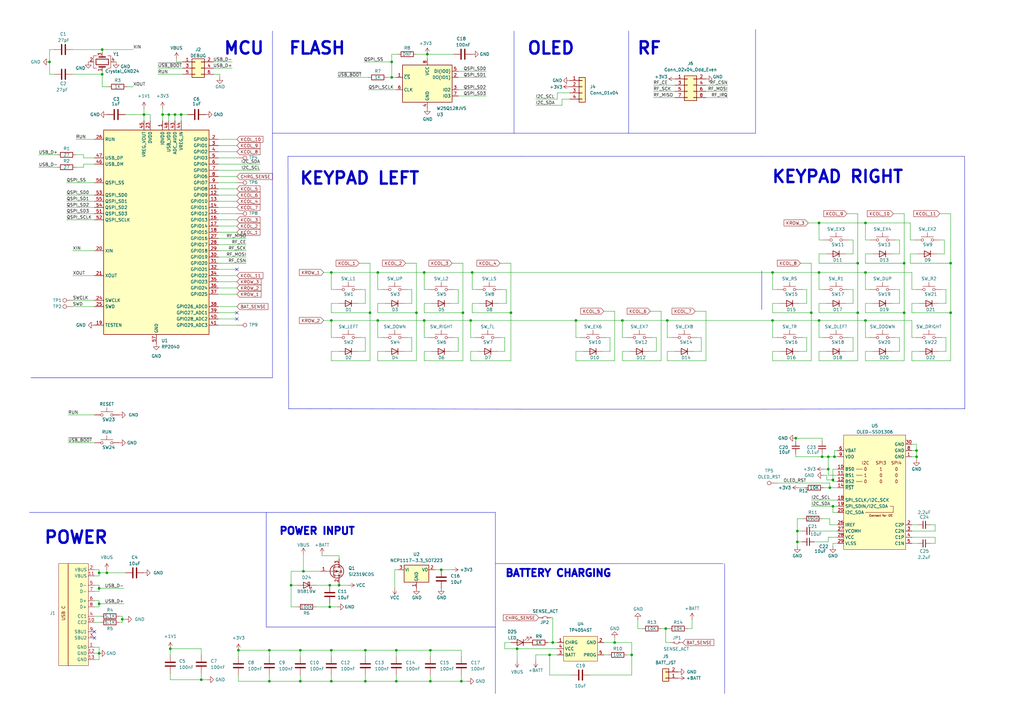
<source format=kicad_sch>
(kicad_sch (version 20231120) (generator "eeschema") (generator_version "8.0")
  (paper "A3")
  (junction (at 316.865 111.76))
  (junction (at 82.55 278.765))
  (junction (at 170.815 128.27))
  (junction (at 162.56 279.4))
  (junction (at 74.295 46.99))
  (junction (at 273.685 131.445))
  (junction (at 135.89 111.76))
  (junction (at 316.865 131.445))
  (junction (at 135.255 240.03))
  (junction (at 327.025 217.805))
  (junction (at 351.79 128.27))
  (junction (at 354.965 131.445))
  (junction (at 236.22 131.445))
  (junction (at 327.025 222.25))
  (junction (at 173.99 111.76))
  (junction (at 59.055 46.99))
  (junction (at 40.64 267.97))
  (junction (at 226.695 263.525))
  (junction (at 154.94 131.445))
  (junction (at 189.23 279.4))
  (junction (at 339.725 187.325))
  (junction (at 135.255 248.92))
  (junction (at 354.965 91.44))
  (junction (at 335.915 131.445))
  (junction (at 40.64 241.3))
  (junction (at 342.265 187.325))
  (junction (at 123.19 266.7))
  (junction (at 123.19 279.4))
  (junction (at 212.09 266.065))
  (junction (at 124.46 234.315))
  (junction (at 189.865 128.27))
  (junction (at 176.53 266.7))
  (junction (at 149.86 266.7))
  (junction (at 149.86 279.4))
  (junction (at 389.89 128.27))
  (junction (at 50.165 254))
  (junction (at 341.63 207.645))
  (junction (at 135.89 279.4))
  (junction (at 193.675 111.76))
  (junction (at 71.755 46.99))
  (junction (at 160.655 31.75))
  (junction (at 139.065 240.03))
  (junction (at 326.39 179.705))
  (junction (at 69.215 46.99))
  (junction (at 339.725 192.405))
  (junction (at 252.095 263.525))
  (junction (at 337.185 187.325))
  (junction (at 389.89 107.95))
  (junction (at 273.05 257.81))
  (junction (at 20.32 25.4))
  (junction (at 375.92 187.325))
  (junction (at 370.84 128.27))
  (junction (at 341.63 196.85))
  (junction (at 135.89 131.445))
  (junction (at 69.85 266.065))
  (junction (at 340.36 200.025))
  (junction (at 162.56 266.7))
  (junction (at 193.04 131.445))
  (junction (at 335.915 91.44))
  (junction (at 225.425 268.605))
  (junction (at 110.49 266.7))
  (junction (at 41.91 20.32))
  (junction (at 154.94 111.76))
  (junction (at 66.675 46.99))
  (junction (at 351.79 107.95))
  (junction (at 135.89 266.7))
  (junction (at 259.08 268.605))
  (junction (at 40.64 247.65))
  (junction (at 97.79 266.7))
  (junction (at 43.815 234.95))
  (junction (at 332.74 128.27))
  (junction (at 354.965 111.76))
  (junction (at 255.27 131.445))
  (junction (at 370.84 107.95))
  (junction (at 180.975 233.68))
  (junction (at 375.92 184.785))
  (junction (at 110.49 279.4))
  (junction (at 335.915 111.76))
  (junction (at 119.38 240.03))
  (junction (at 41.91 30.48))
  (junction (at 40.64 234.95))
  (junction (at 175.26 22.225))
  (junction (at 151.765 128.27))
  (junction (at 160.655 25.4))
  (junction (at 176.53 279.4))
  (junction (at 173.99 131.445))
  (junction (at 209.55 128.27))
  (no_connect (at 97.155 128.27))
  (no_connect (at 38.735 259.08))
  (no_connect (at 97.155 110.49))
  (no_connect (at 38.735 261.62))
  (no_connect (at 97.155 130.81))
  (wire (pts (xy 95.25 25.4) (xy 87.63 25.4)))
  (wire (pts (xy 226.06 253.365) (xy 226.695 253.365)))
  (wire (pts (xy 258.445 144.145) (xy 255.27 144.145)))
  (wire (pts (xy 370.84 107.95) (xy 370.84 128.27)))
  (wire (pts (xy 154.94 124.46) (xy 154.94 128.27)))
  (wire (pts (xy 95.25 27.94) (xy 87.63 27.94)))
  (wire (pts (xy 368.935 144.145) (xy 365.76 144.145)))
  (wire (pts (xy 89.535 120.65) (xy 97.155 120.65)))
  (wire (pts (xy 236.22 144.145) (xy 236.22 147.955)))
  (wire (pts (xy 132.715 131.445) (xy 135.89 131.445)))
  (wire (pts (xy 255.27 138.43) (xy 255.27 131.445)))
  (polyline (pts (xy 309.88 12.065) (xy 309.88 54.61)))
  (wire (pts (xy 69.215 46.99) (xy 71.755 46.99)))
  (wire (pts (xy 349.885 118.745) (xy 349.885 124.46)))
  (wire (pts (xy 89.535 97.79) (xy 100.965 97.79)))
  (polyline (pts (xy 213.5124 167.7924) (xy 118.364 167.64)))
  (wire (pts (xy 358.14 124.46) (xy 354.965 124.46)))
  (wire (pts (xy 339.725 222.25) (xy 334.01 222.25)))
  (wire (pts (xy 40.64 267.97) (xy 40.64 270.51)))
  (wire (pts (xy 176.53 276.86) (xy 176.53 279.4)))
  (wire (pts (xy 327.025 217.805) (xy 327.025 222.25)))
  (wire (pts (xy 187.96 124.46) (xy 184.785 124.46)))
  (wire (pts (xy 89.535 107.95) (xy 100.965 107.95)))
  (wire (pts (xy 41.91 21.59) (xy 41.91 20.32)))
  (wire (pts (xy 158.115 144.145) (xy 154.94 144.145)))
  (wire (pts (xy 339.09 194.945) (xy 339.09 196.85)))
  (wire (pts (xy 132.715 111.76) (xy 135.89 111.76)))
  (wire (pts (xy 89.535 85.09) (xy 97.155 85.09)))
  (wire (pts (xy 40.64 247.65) (xy 50.8 247.65)))
  (wire (pts (xy 151.13 36.83) (xy 162.56 36.83)))
  (wire (pts (xy 29.845 30.48) (xy 41.91 30.48)))
  (wire (pts (xy 267.335 138.43) (xy 269.24 138.43)))
  (wire (pts (xy 328.295 107.95) (xy 332.74 107.95)))
  (wire (pts (xy 273.685 147.955) (xy 289.56 147.955)))
  (wire (pts (xy 149.86 124.46) (xy 146.685 124.46)))
  (polyline (pts (xy 395.732 167.64) (xy 312.5724 167.7924)))
  (wire (pts (xy 34.29 63.5) (xy 31.115 63.5)))
  (wire (pts (xy 193.04 147.955) (xy 209.55 147.955)))
  (wire (pts (xy 124.46 234.315) (xy 131.445 234.315)))
  (wire (pts (xy 135.89 124.46) (xy 135.89 128.27)))
  (wire (pts (xy 335.915 138.43) (xy 335.915 131.445)))
  (wire (pts (xy 273.05 257.81) (xy 273.05 263.525)))
  (wire (pts (xy 119.38 234.315) (xy 119.38 240.03)))
  (polyline (pts (xy 257.81 12.7) (xy 257.81 54.61)))
  (wire (pts (xy 154.94 128.27) (xy 170.815 128.27)))
  (wire (pts (xy 27.305 80.01) (xy 38.735 80.01)))
  (wire (pts (xy 72.39 25.4) (xy 74.93 25.4)))
  (wire (pts (xy 337.82 200.025) (xy 340.36 200.025)))
  (wire (pts (xy 29.845 102.87) (xy 38.735 102.87)))
  (wire (pts (xy 160.655 22.225) (xy 160.655 25.4)))
  (wire (pts (xy 38.735 267.97) (xy 40.64 267.97)))
  (wire (pts (xy 375.92 184.785) (xy 375.92 187.325)))
  (wire (pts (xy 90.17 30.48) (xy 90.17 31.75)))
  (polyline (pts (xy 12.7 154.94) (xy 111.76 154.94)))
  (wire (pts (xy 27.305 85.09) (xy 38.735 85.09)))
  (wire (pts (xy 151.765 107.95) (xy 151.765 128.27)))
  (wire (pts (xy 219.71 268.605) (xy 225.425 268.605)))
  (wire (pts (xy 387.985 124.46) (xy 384.81 124.46)))
  (wire (pts (xy 154.94 147.955) (xy 170.815 147.955)))
  (wire (pts (xy 349.885 104.14) (xy 346.71 104.14)))
  (wire (pts (xy 385.445 98.425) (xy 387.35 98.425)))
  (wire (pts (xy 374.015 220.345) (xy 383.54 220.345)))
  (wire (pts (xy 168.91 118.745) (xy 168.91 124.46)))
  (wire (pts (xy 328.93 217.805) (xy 327.025 217.805)))
  (wire (pts (xy 351.79 87.63) (xy 351.79 107.95)))
  (wire (pts (xy 351.79 107.95) (xy 351.79 128.27)))
  (wire (pts (xy 261.62 254) (xy 261.62 257.81)))
  (wire (pts (xy 149.86 266.7) (xy 149.86 269.24)))
  (wire (pts (xy 64.77 27.94) (xy 74.93 27.94)))
  (wire (pts (xy 207.01 144.145) (xy 203.835 144.145)))
  (wire (pts (xy 27.305 90.17) (xy 38.735 90.17)))
  (polyline (pts (xy 118.11 64.135) (xy 213.36 64.135)))
  (wire (pts (xy 110.49 279.4) (xy 123.19 279.4)))
  (wire (pts (xy 38.735 242.57) (xy 40.64 242.57)))
  (wire (pts (xy 212.09 266.065) (xy 212.09 271.145)))
  (wire (pts (xy 354.965 144.145) (xy 354.965 147.955)))
  (wire (pts (xy 71.755 46.99) (xy 71.755 49.53)))
  (wire (pts (xy 27.94 181.61) (xy 38.735 181.61)))
  (wire (pts (xy 330.835 124.46) (xy 327.66 124.46)))
  (wire (pts (xy 38.735 265.43) (xy 40.64 265.43)))
  (wire (pts (xy 193.675 124.46) (xy 193.675 128.27)))
  (wire (pts (xy 154.94 111.76) (xy 173.99 111.76)))
  (wire (pts (xy 205.74 118.745) (xy 207.645 118.745)))
  (wire (pts (xy 347.98 118.745) (xy 349.885 118.745)))
  (wire (pts (xy 368.935 124.46) (xy 365.76 124.46)))
  (wire (pts (xy 162.56 266.7) (xy 176.53 266.7)))
  (wire (pts (xy 387.35 98.425) (xy 387.35 104.14)))
  (wire (pts (xy 337.185 179.705) (xy 337.185 180.975)))
  (wire (pts (xy 335.915 104.14) (xy 335.915 107.95)))
  (wire (pts (xy 354.965 147.955) (xy 370.84 147.955)))
  (wire (pts (xy 274.32 257.81) (xy 273.05 257.81)))
  (wire (pts (xy 209.55 263.525) (xy 207.01 263.525)))
  (wire (pts (xy 59.055 49.53) (xy 59.055 46.99)))
  (wire (pts (xy 193.04 138.43) (xy 193.04 131.445)))
  (wire (pts (xy 318.77 138.43) (xy 316.865 138.43)))
  (wire (pts (xy 386.08 118.745) (xy 387.985 118.745)))
  (wire (pts (xy 326.39 179.705) (xy 337.185 179.705)))
  (wire (pts (xy 340.36 215.265) (xy 343.535 215.265)))
  (wire (pts (xy 370.84 87.63) (xy 370.84 107.95)))
  (wire (pts (xy 89.535 67.31) (xy 106.68 67.31)))
  (wire (pts (xy 320.04 144.145) (xy 316.865 144.145)))
  (wire (pts (xy 375.92 187.325) (xy 374.015 187.325)))
  (wire (pts (xy 175.26 22.225) (xy 186.055 22.225)))
  (wire (pts (xy 149.86 144.145) (xy 146.685 144.145)))
  (wire (pts (xy 170.815 107.95) (xy 170.815 128.27)))
  (wire (pts (xy 161.925 241.3) (xy 161.925 233.68)))
  (wire (pts (xy 343.535 210.185) (xy 341.63 210.185)))
  (wire (pts (xy 339.725 194.945) (xy 343.535 194.945)))
  (wire (pts (xy 40.64 242.57) (xy 40.64 241.3)))
  (wire (pts (xy 187.96 39.37) (xy 199.39 39.37)))
  (wire (pts (xy 269.24 138.43) (xy 269.24 144.145)))
  (wire (pts (xy 207.01 266.065) (xy 212.09 266.065)))
  (wire (pts (xy 135.89 111.76) (xy 154.94 111.76)))
  (polyline (pts (xy 312.42 111.125) (xy 312.42 127)))
  (wire (pts (xy 59.055 44.45) (xy 59.055 46.99)))
  (wire (pts (xy 373.38 98.425) (xy 373.38 91.44)))
  (wire (pts (xy 173.99 138.43) (xy 173.99 131.445)))
  (polyline (pts (xy 395.605 64.135) (xy 395.732 167.64)))
  (wire (pts (xy 327.025 222.25) (xy 327.025 224.155)))
  (wire (pts (xy 87.63 30.48) (xy 90.17 30.48)))
  (wire (pts (xy 89.535 110.49) (xy 97.155 110.49)))
  (wire (pts (xy 259.08 263.525) (xy 252.095 263.525)))
  (wire (pts (xy 233.68 40.64) (xy 230.505 40.64)))
  (wire (pts (xy 176.53 266.7) (xy 189.23 266.7)))
  (wire (pts (xy 343.535 222.885) (xy 341.63 222.885)))
  (wire (pts (xy 337.82 138.43) (xy 335.915 138.43)))
  (wire (pts (xy 89.535 90.17) (xy 97.155 90.17)))
  (polyline (pts (xy 203.2 210.185) (xy 203.2 284.48)))
  (wire (pts (xy 48.895 252.73) (xy 50.165 252.73)))
  (wire (pts (xy 335.915 111.76) (xy 354.965 111.76)))
  (wire (pts (xy 349.885 124.46) (xy 346.71 124.46)))
  (wire (pts (xy 226.695 263.525) (xy 228.6 263.525)))
  (wire (pts (xy 97.79 279.4) (xy 110.49 279.4)))
  (wire (pts (xy 29.845 125.73) (xy 38.735 125.73)))
  (wire (pts (xy 383.54 215.265) (xy 381.635 215.265)))
  (wire (pts (xy 374.015 182.245) (xy 375.92 182.245)))
  (wire (pts (xy 334.01 217.805) (xy 343.535 217.805)))
  (wire (pts (xy 335.915 131.445) (xy 354.965 131.445)))
  (wire (pts (xy 354.965 131.445) (xy 374.015 131.445)))
  (wire (pts (xy 226.695 253.365) (xy 226.695 263.525)))
  (wire (pts (xy 373.38 107.95) (xy 389.89 107.95)))
  (wire (pts (xy 340.36 200.025) (xy 340.36 198.12)))
  (wire (pts (xy 89.535 125.73) (xy 97.155 125.73)))
  (polyline (pts (xy 203.2 257.175) (xy 109.22 257.175)))
  (wire (pts (xy 374.015 118.745) (xy 374.015 111.76)))
  (wire (pts (xy 326.39 180.975) (xy 326.39 179.705)))
  (wire (pts (xy 374.015 144.145) (xy 374.015 147.955)))
  (wire (pts (xy 156.845 118.745) (xy 154.94 118.745)))
  (wire (pts (xy 207.01 138.43) (xy 207.01 144.145)))
  (wire (pts (xy 193.675 128.27) (xy 209.55 128.27)))
  (wire (pts (xy 347.98 138.43) (xy 349.885 138.43)))
  (wire (pts (xy 139.065 227.965) (xy 139.065 229.235)))
  (wire (pts (xy 38.735 246.38) (xy 40.64 246.38)))
  (wire (pts (xy 234.315 276.86) (xy 225.425 276.86)))
  (wire (pts (xy 135.89 138.43) (xy 135.89 131.445)))
  (wire (pts (xy 383.54 220.345) (xy 383.54 222.885)))
  (wire (pts (xy 238.125 138.43) (xy 236.22 138.43)))
  (wire (pts (xy 326.39 187.325) (xy 337.185 187.325)))
  (polyline (pts (xy 312.42 64.135) (xy 395.605 64.135)))
  (wire (pts (xy 97.79 266.7) (xy 97.79 269.24)))
  (wire (pts (xy 287.655 144.145) (xy 284.48 144.145)))
  (wire (pts (xy 97.79 266.7) (xy 110.49 266.7)))
  (wire (pts (xy 129.54 248.92) (xy 135.255 248.92)))
  (wire (pts (xy 135.255 248.92) (xy 138.43 248.92)))
  (wire (pts (xy 147.955 118.745) (xy 149.86 118.745)))
  (wire (pts (xy 168.91 124.46) (xy 165.735 124.46)))
  (wire (pts (xy 252.095 127.635) (xy 252.095 147.955)))
  (wire (pts (xy 341.63 207.645) (xy 343.535 207.645)))
  (wire (pts (xy 332.74 128.27) (xy 332.74 147.955)))
  (wire (pts (xy 168.91 138.43) (xy 168.91 144.145)))
  (wire (pts (xy 368.935 98.425) (xy 368.935 104.14)))
  (wire (pts (xy 337.82 194.945) (xy 339.09 194.945)))
  (wire (pts (xy 40.64 246.38) (xy 40.64 247.65)))
  (wire (pts (xy 137.795 118.745) (xy 135.89 118.745)))
  (wire (pts (xy 135.89 128.27) (xy 151.765 128.27)))
  (wire (pts (xy 335.915 107.95) (xy 351.79 107.95)))
  (wire (pts (xy 377.19 144.145) (xy 374.015 144.145)))
  (wire (pts (xy 375.92 182.245) (xy 375.92 184.785)))
  (wire (pts (xy 349.885 138.43) (xy 349.885 144.145)))
  (wire (pts (xy 43.815 233.68) (xy 43.815 234.95)))
  (wire (pts (xy 387.35 104.14) (xy 384.175 104.14)))
  (wire (pts (xy 132.08 227.33) (xy 132.08 227.965)))
  (wire (pts (xy 149.86 118.745) (xy 149.86 124.46)))
  (wire (pts (xy 354.965 138.43) (xy 354.965 131.445)))
  (wire (pts (xy 375.285 98.425) (xy 373.38 98.425)))
  (wire (pts (xy 119.38 248.92) (xy 121.92 248.92)))
  (wire (pts (xy 257.175 138.43) (xy 255.27 138.43)))
  (wire (pts (xy 247.65 268.605) (xy 249.555 268.605)))
  (polyline (pts (xy 111.76 12.7) (xy 111.76 154.94)))
  (wire (pts (xy 283.845 254) (xy 283.845 257.81)))
  (wire (pts (xy 194.945 138.43) (xy 193.04 138.43)))
  (wire (pts (xy 259.08 276.86) (xy 259.08 268.605)))
  (wire (pts (xy 15.875 68.58) (xy 23.495 68.58)))
  (wire (pts (xy 337.82 98.425) (xy 335.915 98.425)))
  (wire (pts (xy 167.005 118.745) (xy 168.91 118.745)))
  (wire (pts (xy 132.08 227.965) (xy 139.065 227.965)))
  (wire (pts (xy 20.32 25.4) (xy 20.32 30.48)))
  (wire (pts (xy 121.92 240.03) (xy 119.38 240.03)))
  (wire (pts (xy 89.535 57.15) (xy 97.155 57.15)))
  (wire (pts (xy 320.04 124.46) (xy 316.865 124.46)))
  (wire (pts (xy 273.685 144.145) (xy 273.685 147.955)))
  (wire (pts (xy 343.535 220.345) (xy 339.725 220.345)))
  (wire (pts (xy 347.345 87.63) (xy 351.79 87.63)))
  (wire (pts (xy 41.91 35.56) (xy 41.91 30.48)))
  (wire (pts (xy 135.89 266.7) (xy 149.86 266.7)))
  (wire (pts (xy 69.85 276.225) (xy 69.85 278.765)))
  (wire (pts (xy 247.65 127.635) (xy 252.095 127.635)))
  (wire (pts (xy 356.87 118.745) (xy 354.965 118.745)))
  (wire (pts (xy 89.535 80.01) (xy 97.155 80.01)))
  (wire (pts (xy 383.54 222.885) (xy 381.635 222.885)))
  (wire (pts (xy 163.195 22.225) (xy 160.655 22.225)))
  (wire (pts (xy 337.185 187.325) (xy 339.725 187.325)))
  (wire (pts (xy 287.655 138.43) (xy 287.655 144.145)))
  (wire (pts (xy 219.71 271.145) (xy 219.71 268.605)))
  (wire (pts (xy 167.005 138.43) (xy 168.91 138.43)))
  (wire (pts (xy 52.07 35.56) (xy 54.61 35.56)))
  (wire (pts (xy 195.58 118.745) (xy 193.675 118.745)))
  (wire (pts (xy 31.115 57.15) (xy 38.735 57.15)))
  (wire (pts (xy 161.925 233.68) (xy 163.195 233.68)))
  (wire (pts (xy 119.38 234.315) (xy 124.46 234.315)))
  (polyline (pts (xy 210.82 54.61) (xy 257.81 54.61)))
  (wire (pts (xy 354.965 128.27) (xy 370.84 128.27)))
  (wire (pts (xy 207.645 124.46) (xy 204.47 124.46)))
  (wire (pts (xy 274.955 263.525) (xy 273.05 263.525)))
  (wire (pts (xy 205.105 138.43) (xy 207.01 138.43)))
  (wire (pts (xy 207.645 118.745) (xy 207.645 124.46)))
  (wire (pts (xy 327.66 200.025) (xy 330.2 200.025)))
  (wire (pts (xy 74.295 46.99) (xy 76.835 46.99)))
  (wire (pts (xy 255.27 147.955) (xy 271.145 147.955)))
  (wire (pts (xy 233.68 38.1) (xy 228.6 38.1)))
  (wire (pts (xy 337.82 118.745) (xy 335.915 118.745)))
  (wire (pts (xy 89.535 69.85) (xy 106.68 69.85)))
  (wire (pts (xy 89.535 62.23) (xy 97.155 62.23)))
  (wire (pts (xy 337.82 192.405) (xy 339.725 192.405)))
  (wire (pts (xy 162.56 276.86) (xy 162.56 279.4)))
  (wire (pts (xy 135.89 276.86) (xy 135.89 279.4)))
  (wire (pts (xy 335.915 128.27) (xy 351.79 128.27)))
  (wire (pts (xy 209.55 147.955) (xy 209.55 128.27)))
  (wire (pts (xy 22.225 20.32) (xy 20.32 20.32)))
  (wire (pts (xy 41.91 20.32) (xy 54.61 20.32)))
  (wire (pts (xy 40.64 241.3) (xy 50.8 241.3)))
  (wire (pts (xy 69.85 268.605) (xy 69.85 266.065)))
  (wire (pts (xy 36.195 25.4) (xy 36.83 25.4)))
  (wire (pts (xy 328.93 222.25) (xy 327.025 222.25)))
  (wire (pts (xy 228.6 266.065) (xy 212.09 266.065)))
  (wire (pts (xy 89.535 128.27) (xy 97.155 128.27)))
  (wire (pts (xy 149.225 25.4) (xy 160.655 25.4)))
  (wire (pts (xy 69.215 46.99) (xy 69.215 49.53)))
  (wire (pts (xy 330.835 138.43) (xy 330.835 144.145)))
  (wire (pts (xy 185.42 107.95) (xy 189.865 107.95)))
  (wire (pts (xy 316.865 131.445) (xy 335.915 131.445)))
  (wire (pts (xy 186.055 118.745) (xy 187.96 118.745)))
  (wire (pts (xy 38.735 240.03) (xy 40.64 240.03)))
  (wire (pts (xy 50.165 254) (xy 51.435 254)))
  (wire (pts (xy 387.985 118.745) (xy 387.985 124.46)))
  (wire (pts (xy 349.885 98.425) (xy 349.885 104.14)))
  (wire (pts (xy 156.845 138.43) (xy 154.94 138.43)))
  (wire (pts (xy 34.29 68.58) (xy 31.115 68.58)))
  (wire (pts (xy 89.535 95.25) (xy 97.155 95.25)))
  (wire (pts (xy 193.675 111.76) (xy 316.865 111.76)))
  (wire (pts (xy 376.555 222.885) (xy 374.015 222.885)))
  (wire (pts (xy 228.6 38.1) (xy 228.6 40.64)))
  (wire (pts (xy 175.26 22.225) (xy 175.26 24.13)))
  (wire (pts (xy 135.255 247.65) (xy 135.255 248.92)))
  (wire (pts (xy 316.865 147.955) (xy 332.74 147.955)))
  (wire (pts (xy 189.23 266.7) (xy 189.23 269.24)))
  (wire (pts (xy 175.895 138.43) (xy 173.99 138.43)))
  (wire (pts (xy 170.815 128.27) (xy 170.815 147.955)))
  (wire (pts (xy 354.965 118.745) (xy 354.965 111.76)))
  (wire (pts (xy 119.38 240.03) (xy 119.38 248.92)))
  (wire (pts (xy 387.985 144.145) (xy 384.81 144.145)))
  (wire (pts (xy 347.98 98.425) (xy 349.885 98.425)))
  (wire (pts (xy 289.56 40.005) (xy 298.45 40.005)))
  (wire (pts (xy 38.735 248.92) (xy 40.64 248.92)))
  (wire (pts (xy 259.08 268.605) (xy 259.08 263.525)))
  (wire (pts (xy 189.865 107.95) (xy 189.865 128.27)))
  (wire (pts (xy 177.165 144.145) (xy 173.99 144.145)))
  (wire (pts (xy 367.03 138.43) (xy 368.935 138.43)))
  (wire (pts (xy 162.56 266.7) (xy 162.56 269.24)))
  (polyline (pts (xy 111.76 54.61) (xy 210.82 54.61)))
  (wire (pts (xy 224.79 263.525) (xy 226.695 263.525)))
  (wire (pts (xy 193.04 131.445) (xy 236.22 131.445)))
  (wire (pts (xy 332.74 207.645) (xy 341.63 207.645)))
  (wire (pts (xy 160.655 31.75) (xy 162.56 31.75)))
  (wire (pts (xy 331.47 91.44) (xy 335.915 91.44)))
  (wire (pts (xy 124.46 227.33) (xy 124.46 234.315)))
  (wire (pts (xy 377.19 124.46) (xy 374.015 124.46)))
  (wire (pts (xy 176.53 266.7) (xy 176.53 269.24)))
  (wire (pts (xy 40.64 240.03) (xy 40.64 241.3)))
  (wire (pts (xy 339.725 192.405) (xy 339.725 187.325)))
  (wire (pts (xy 327.025 212.725) (xy 327.025 217.805)))
  (wire (pts (xy 135.89 147.955) (xy 151.765 147.955)))
  (wire (pts (xy 59.055 46.99) (xy 61.595 46.99)))
  (wire (pts (xy 318.77 198.12) (xy 340.36 198.12)))
  (wire (pts (xy 149.86 279.4) (xy 162.56 279.4)))
  (wire (pts (xy 343.535 192.405) (xy 341.63 192.405)))
  (wire (pts (xy 123.19 279.4) (xy 135.89 279.4)))
  (wire (pts (xy 38.735 233.68) (xy 40.64 233.68)))
  (wire (pts (xy 66.675 44.45) (xy 66.675 46.99)))
  (wire (pts (xy 255.27 144.145) (xy 255.27 147.955)))
  (wire (pts (xy 239.395 144.145) (xy 236.22 144.145)))
  (wire (pts (xy 160.655 25.4) (xy 160.655 31.75)))
  (wire (pts (xy 158.75 31.75) (xy 160.655 31.75)))
  (wire (pts (xy 135.89 279.4) (xy 149.86 279.4)))
  (polyline (pts (xy 297.18 231.14) (xy 297.18 284.48)))
  (wire (pts (xy 110.49 276.86) (xy 110.49 279.4)))
  (wire (pts (xy 335.915 144.145) (xy 335.915 147.955)))
  (wire (pts (xy 154.94 131.445) (xy 173.99 131.445)))
  (wire (pts (xy 151.765 128.27) (xy 151.765 147.955)))
  (wire (pts (xy 316.865 118.745) (xy 316.865 111.76)))
  (wire (pts (xy 354.965 104.14) (xy 354.965 107.95)))
  (wire (pts (xy 271.145 127.635) (xy 271.145 147.955)))
  (wire (pts (xy 29.845 20.32) (xy 41.91 20.32)))
  (wire (pts (xy 283.845 257.81) (xy 281.94 257.81)))
  (wire (pts (xy 386.08 138.43) (xy 387.985 138.43)))
  (wire (pts (xy 29.845 113.03) (xy 38.735 113.03)))
  (wire (pts (xy 38.735 252.73) (xy 41.275 252.73)))
  (wire (pts (xy 374.015 215.265) (xy 376.555 215.265)))
  (wire (pts (xy 241.935 276.86) (xy 259.08 276.86)))
  (wire (pts (xy 34.29 64.77) (xy 34.29 63.5)))
  (wire (pts (xy 154.94 144.145) (xy 154.94 147.955)))
  (wire (pts (xy 89.535 77.47) (xy 97.155 77.47)))
  (wire (pts (xy 34.29 67.31) (xy 34.29 68.58)))
  (wire (pts (xy 110.49 266.7) (xy 123.19 266.7)))
  (wire (pts (xy 189.865 128.27) (xy 189.865 147.955)))
  (wire (pts (xy 89.535 113.03) (xy 97.155 113.03)))
  (wire (pts (xy 149.86 138.43) (xy 149.86 144.145)))
  (wire (pts (xy 27.305 87.63) (xy 38.735 87.63)))
  (wire (pts (xy 219.71 43.18) (xy 230.505 43.18)))
  (wire (pts (xy 261.62 257.81) (xy 263.525 257.81)))
  (wire (pts (xy 332.74 107.95) (xy 332.74 128.27)))
  (wire (pts (xy 341.63 222.885) (xy 341.63 224.155)))
  (wire (pts (xy 74.295 46.99) (xy 74.295 49.53)))
  (wire (pts (xy 373.38 104.14) (xy 373.38 107.95)))
  (wire (pts (xy 236.22 131.445) (xy 255.27 131.445)))
  (wire (pts (xy 173.99 111.76) (xy 193.675 111.76)))
  (wire (pts (xy 173.99 128.27) (xy 189.865 128.27)))
  (wire (pts (xy 173.99 118.745) (xy 173.99 111.76)))
  (wire (pts (xy 316.865 111.76) (xy 335.915 111.76)))
  (wire (pts (xy 135.89 118.745) (xy 135.89 111.76)))
  (wire (pts (xy 342.265 187.325) (xy 342.265 184.785)))
  (wire (pts (xy 247.65 263.525) (xy 252.095 263.525)))
  (wire (pts (xy 66.675 46.99) (xy 69.215 46.99)))
  (wire (pts (xy 335.915 124.46) (xy 335.915 128.27)))
  (polyline (pts (xy 213.36 64.135) (xy 312.42 64.135)))
  (wire (pts (xy 389.89 87.63) (xy 389.89 107.95)))
  (wire (pts (xy 340.36 200.025) (xy 343.535 200.025)))
  (wire (pts (xy 27.94 170.18) (xy 38.735 170.18)))
  (wire (pts (xy 27.305 74.93) (xy 38.735 74.93)))
  (wire (pts (xy 370.84 128.27) (xy 370.84 147.955)))
  (wire (pts (xy 330.835 118.745) (xy 330.835 124.46)))
  (wire (pts (xy 354.965 107.95) (xy 370.84 107.95)))
  (wire (pts (xy 354.965 91.44) (xy 373.38 91.44)))
  (wire (pts (xy 255.27 131.445) (xy 273.685 131.445)))
  (wire (pts (xy 123.19 276.86) (xy 123.19 279.4)))
  (wire (pts (xy 330.835 144.145) (xy 327.66 144.145)))
  (wire (pts (xy 337.185 187.325) (xy 337.185 186.055)))
  (wire (pts (xy 187.96 144.145) (xy 184.785 144.145)))
  (wire (pts (xy 266.7 127.635) (xy 271.145 127.635)))
  (wire (pts (xy 289.56 34.925) (xy 298.45 34.925)))
  (wire (pts (xy 48.895 255.27) (xy 50.165 255.27)))
  (wire (pts (xy 189.23 279.4) (xy 191.77 279.4)))
  (wire (pts (xy 225.425 268.605) (xy 228.6 268.605)))
  (wire (pts (xy 354.965 111.76) (xy 374.015 111.76)))
  (wire (pts (xy 316.865 128.27) (xy 332.74 128.27)))
  (wire (pts (xy 139.065 124.46) (xy 135.89 124.46)))
  (wire (pts (xy 89.535 74.93) (xy 97.155 74.93)))
  (wire (pts (xy 89.535 92.71) (xy 97.155 92.71)))
  (wire (pts (xy 328.93 118.745) (xy 330.835 118.745)))
  (wire (pts (xy 285.115 127.635) (xy 289.56 127.635)))
  (wire (pts (xy 236.22 138.43) (xy 236.22 131.445)))
  (wire (pts (xy 205.105 107.95) (xy 209.55 107.95)))
  (wire (pts (xy 339.09 196.85) (xy 341.63 196.85)))
  (wire (pts (xy 366.395 87.63) (xy 370.84 87.63)))
  (wire (pts (xy 374.015 147.955) (xy 389.89 147.955)))
  (wire (pts (xy 69.85 278.765) (xy 82.55 278.765)))
  (wire (pts (xy 135.89 144.145) (xy 135.89 147.955)))
  (wire (pts (xy 318.77 118.745) (xy 316.865 118.745)))
  (wire (pts (xy 89.535 87.63) (xy 97.155 87.63)))
  (wire (pts (xy 50.165 255.27) (xy 50.165 254)))
  (wire (pts (xy 257.175 268.605) (xy 259.08 268.605)))
  (wire (pts (xy 138.43 31.75) (xy 151.13 31.75)))
  (wire (pts (xy 341.63 196.85) (xy 341.63 197.485)))
  (polyline (pts (xy 213.5124 167.7924) (xy 312.5724 167.7924)))
  (wire (pts (xy 374.015 128.27) (xy 389.89 128.27)))
  (wire (pts (xy 97.79 276.86) (xy 97.79 279.4)))
  (wire (pts (xy 354.965 124.46) (xy 354.965 128.27)))
  (polyline (pts (xy 257.81 54.61) (xy 309.88 54.61)))
  (wire (pts (xy 40.64 234.95) (xy 43.815 234.95)))
  (wire (pts (xy 193.04 144.145) (xy 193.04 147.955)))
  (wire (pts (xy 40.64 233.68) (xy 40.64 234.95)))
  (wire (pts (xy 273.685 131.445) (xy 316.865 131.445)))
  (wire (pts (xy 375.92 187.325) (xy 375.92 188.595)))
  (wire (pts (xy 154.94 118.745) (xy 154.94 111.76)))
  (wire (pts (xy 176.53 279.4) (xy 189.23 279.4)))
  (wire (pts (xy 40.64 270.51) (xy 38.735 270.51)))
  (wire (pts (xy 276.86 144.145) (xy 273.685 144.145)))
  (wire (pts (xy 375.92 138.43) (xy 374.015 138.43)))
  (wire (pts (xy 209.55 107.95) (xy 209.55 128.27)))
  (wire (pts (xy 89.535 118.11) (xy 97.155 118.11)))
  (wire (pts (xy 267.97 37.465) (xy 276.86 37.465)))
  (polyline (pts (xy 12.065 210.185) (xy 203.2 210.185)))
  (wire (pts (xy 341.63 210.185) (xy 341.63 207.645)))
  (wire (pts (xy 341.63 197.485) (xy 343.535 197.485)))
  (wire (pts (xy 43.815 234.95) (xy 51.435 234.95)))
  (wire (pts (xy 64.77 30.48) (xy 74.93 30.48)))
  (wire (pts (xy 177.165 124.46) (xy 173.99 124.46)))
  (wire (pts (xy 147.32 107.95) (xy 151.765 107.95)))
  (wire (pts (xy 316.865 124.46) (xy 316.865 128.27)))
  (wire (pts (xy 123.19 266.7) (xy 123.19 269.24)))
  (wire (pts (xy 368.935 118.745) (xy 368.935 124.46)))
  (wire (pts (xy 51.435 46.99) (xy 59.055 46.99)))
  (wire (pts (xy 15.875 63.5) (xy 23.495 63.5)))
  (wire (pts (xy 41.91 30.48) (xy 41.91 29.21)))
  (wire (pts (xy 339.09 104.14) (xy 335.915 104.14)))
  (wire (pts (xy 374.015 124.46) (xy 374.015 128.27)))
  (wire (pts (xy 166.37 107.95) (xy 170.815 107.95)))
  (wire (pts (xy 269.24 144.145) (xy 266.065 144.145)))
  (wire (pts (xy 139.065 239.395) (xy 139.065 240.03)))
  (wire (pts (xy 387.985 138.43) (xy 387.985 144.145)))
  (wire (pts (xy 374.015 138.43) (xy 374.015 131.445)))
  (wire (pts (xy 376.555 104.14) (xy 373.38 104.14)))
  (wire (pts (xy 356.87 98.425) (xy 354.965 98.425)))
  (wire (pts (xy 154.94 138.43) (xy 154.94 131.445)))
  (wire (pts (xy 375.92 118.745) (xy 374.015 118.745)))
  (wire (pts (xy 316.865 144.145) (xy 316.865 147.955)))
  (wire (pts (xy 267.97 34.925) (xy 276.86 34.925)))
  (wire (pts (xy 186.055 138.43) (xy 187.96 138.43)))
  (wire (pts (xy 250.19 144.145) (xy 247.015 144.145)))
  (wire (pts (xy 135.89 131.445) (xy 154.94 131.445)))
  (wire (pts (xy 139.065 144.145) (xy 135.89 144.145)))
  (wire (pts (xy 187.96 118.745) (xy 187.96 124.46)))
  (wire (pts (xy 135.255 240.03) (xy 139.065 240.03)))
  (wire (pts (xy 358.14 104.14) (xy 354.965 104.14)))
  (wire (pts (xy 339.09 144.145) (xy 335.915 144.145)))
  (wire (pts (xy 389.89 107.95) (xy 389.89 128.27)))
  (wire (pts (xy 383.54 217.805) (xy 383.54 215.265)))
  (wire (pts (xy 358.14 144.145) (xy 354.965 144.145)))
  (wire (pts (xy 367.03 98.425) (xy 368.935 98.425)))
  (wire (pts (xy 29.845 123.19) (xy 38.735 123.19)))
  (polyline (pts (xy 203.2 231.14) (xy 296.545 231.14)))
  (wire (pts (xy 196.215 144.145) (xy 193.04 144.145)))
  (polyline (pts (xy 109.22 257.175) (xy 109.22 210.185)))
  (wire (pts (xy 349.885 144.145) (xy 346.71 144.145)))
  (wire (pts (xy 173.99 147.955) (xy 189.865 147.955)))
  (wire (pts (xy 236.22 147.955) (xy 252.095 147.955)))
  (wire (pts (xy 82.55 266.065) (xy 82.55 268.605)))
  (wire (pts (xy 273.685 138.43) (xy 273.685 131.445)))
  (wire (pts (xy 40.64 265.43) (xy 40.64 267.97)))
  (wire (pts (xy 193.675 118.745) (xy 193.675 111.76)))
  (wire (pts (xy 158.115 124.46) (xy 154.94 124.46)))
  (wire (pts (xy 180.975 233.68) (xy 185.42 233.68)))
  (wire (pts (xy 343.535 187.325) (xy 342.265 187.325)))
  (wire (pts (xy 175.895 118.745) (xy 173.99 118.745)))
  (wire (pts (xy 385.445 87.63) (xy 389.89 87.63)))
  (wire (pts (xy 149.86 266.7) (xy 162.56 266.7)))
  (wire (pts (xy 139.065 240.03) (xy 142.875 240.03)))
  (wire (pts (xy 149.86 276.86) (xy 149.86 279.4)))
  (wire (pts (xy 147.955 138.43) (xy 149.86 138.43)))
  (wire (pts (xy 207.01 263.525) (xy 207.01 266.065)))
  (wire (pts (xy 66.675 49.53) (xy 66.675 46.99)))
  (wire (pts (xy 289.56 127.635) (xy 289.56 147.955)))
  (wire (pts (xy 187.96 138.43) (xy 187.96 144.145)))
  (wire (pts (xy 273.05 257.81) (xy 271.145 257.81)))
  (wire (pts (xy 69.85 266.065) (xy 82.55 266.065)))
  (wire (pts (xy 368.935 138.43) (xy 368.935 144.145)))
  (wire (pts (xy 328.93 138.43) (xy 330.835 138.43)))
  (wire (pts (xy 341.63 192.405) (xy 341.63 196.85)))
  (wire (pts (xy 38.735 64.77) (xy 34.29 64.77)))
  (wire (pts (xy 219.71 40.64) (xy 228.6 40.64)))
  (wire (pts (xy 50.165 252.73) (xy 50.165 254)))
  (wire (pts (xy 356.87 138.43) (xy 354.965 138.43)))
  (wire (pts (xy 335.915 98.425) (xy 335.915 91.44)))
  (wire (pts (xy 289.56 37.465) (xy 298.45 37.465)))
  (wire (pts (xy 339.09 124.46) (xy 335.915 124.46)))
  (wire (pts (xy 89.535 82.55) (xy 97.155 82.55)))
  (wire (pts (xy 339.725 192.405) (xy 339.725 194.945)))
  (wire (pts (xy 170.815 22.225) (xy 175.26 22.225)))
  (wire (pts (xy 82.55 276.225) (xy 82.55 278.765)))
  (wire (pts (xy 89.535 100.33) (xy 100.965 100.33)))
  (wire (pts (xy 340.36 212.725) (xy 340.36 215.265)))
  (wire (pts (xy 20.32 30.48) (xy 22.225 30.48)))
  (wire (pts (xy 339.725 220.345) (xy 339.725 222.25)))
  (wire (pts (xy 38.735 67.31) (xy 34.29 67.31)))
  (wire (pts (xy 89.535 105.41) (xy 100.965 105.41)))
  (wire (pts (xy 326.39 186.055) (xy 326.39 187.325)))
  (wire (pts (xy 173.99 144.145) (xy 173.99 147.955)))
  (wire (pts (xy 44.45 35.56) (xy 41.91 35.56)))
  (wire (pts (xy 38.735 255.27) (xy 41.275 255.27)))
  (wire (pts (xy 135.89 266.7) (xy 135.89 269.24)))
  (wire (pts (xy 129.54 240.03) (xy 135.255 240.03)))
  (wire (pts (xy 354.965 98.425) (xy 354.965 91.44)))
  (wire (pts (xy 89.535 64.77) (xy 97.155 64.77)))
  (wire (pts (xy 189.23 276.86) (xy 189.23 279.4)))
  (wire (pts (xy 275.59 138.43) (xy 273.685 138.43)))
  (wire (pts (xy 173.99 131.445) (xy 193.04 131.445)))
  (wire (pts (xy 40.64 234.95) (xy 40.64 236.22)))
  (wire (pts (xy 187.96 31.75) (xy 199.39 31.75)))
  (polyline (pts (xy 118.364 167.64) (xy 118.11 64.135)))
  (wire (pts (xy 332.74 205.105) (xy 343.535 205.105)))
  (wire (pts (xy 82.55 278.765) (xy 85.09 278.765)))
  (wire (pts (xy 89.535 130.81) (xy 97.155 130.81)))
  (polyline (pts (xy 210.82 12.7) (xy 210.82 54.61)))
  (wire (pts (xy 335.915 91.44) (xy 354.965 91.44)))
  (wire (pts (xy 173.99 124.46) (xy 173.99 128.27)))
  (wire (pts (xy 71.755 46.99) (xy 74.295 46.99)))
  (wire (pts (xy 316.865 138.43) (xy 316.865 131.445)))
  (wire (pts (xy 137.795 138.43) (xy 135.89 138.43)))
  (wire (pts (xy 27.305 82.55) (xy 38.735 82.55)))
  (wire (pts (xy 168.91 144.145) (xy 165.735 144.145)))
  (wire (pts (xy 351.79 128.27) (xy 351.79 147.955)))
  (wire (pts (xy 335.915 118.745) (xy 335.915 111.76)))
  (wire (pts (xy 374.015 184.785) (xy 375.92 184.785)))
  (wire (pts (xy 250.19 138.43) (xy 250.19 144.145)))
  (wire (pts (xy 389.89 128.27) (xy 389.89 147.955)))
  (wire (pts (xy 230.505 40.64) (xy 230.505 43.18)))
  (wire (pts (xy 123.19 266.7) (xy 135.89 266.7)))
  (wire (pts (xy 178.435 233.68) (xy 180.975 233.68)))
  (wire (pts (xy 342.265 184.785) (xy 343.535 184.785)))
  (wire (pts (xy 40.64 248.92) (xy 40.64 247.65)))
  (wire (pts (xy 368.935 104.14) (xy 365.76 104.14)))
  (wire (pts (xy 337.185 212.725) (xy 340.36 212.725)))
  (wire (pts (xy 374.015 217.805) (xy 383.54 217.805)))
  (wire (pts (xy 38.735 236.22) (xy 40.64 236.22)))
  (wire (pts (xy 285.75 138.43) (xy 287.655 138.43)))
  (wire (pts (xy 187.96 29.21) (xy 199.39 29.21)))
  (wire (pts (xy 225.425 276.86) (xy 225.425 268.605)))
  (wire (pts (xy 329.565 212.725) (xy 327.025 212.725)))
  (wire (pts (xy 187.96 36.83) (xy 199.39 36.83)))
  (wire (pts (xy 89.535 59.69) (xy 97.155 59.69)))
  (wire (pts (xy 89.535 133.35) (xy 97.155 133.35)))
  (wire (pts (xy 335.915 147.955) (xy 351.79 147.955)))
  (wire (pts (xy 252.095 263.525) (xy 252.095 261.62)))
  (wire (pts (xy 110.49 266.7) (xy 110.49 269.24)))
  (wire (pts (xy 89.535 102.87) (xy 100.965 102.87)))
  (wire (pts (xy 46.99 25.4) (xy 47.625 25.4)))
  (wire (pts (xy 61.595 46.99) (xy 61.595 49.53)))
  (wire (pts (xy 72.39 24.13) (xy 72.39 25.4)))
  (wire (pts (xy 20.32 20.32) (xy 20.32 25.4)))
  (wire (pts (xy 89.535 115.57) (xy 97.155 115.57)))
  (wire (pts (xy 267.97 40.005) (xy 276.86 40.005)))
  (wire (pts (xy 89.535 72.39) (xy 97.155 72.39)))
  (wire (pts (xy 367.03 118.745) (xy 368.935 118.745)))
  (wire (pts (xy 162.56 279.4) (xy 176.53 279.4)))
  (wire (pts (xy 339.725 187.325) (xy 342.265 187.325)))
  (wire (pts (xy 196.85 124.46) (xy 193.675 124.46)))
  (wire (pts (xy 248.285 138.43) (xy 250.19 138.43)))
  (text "RF" (at 260.985 22.86 0) (effects (font (size 5 5) (thickness 1) (bold yes)) (justify left bottom)))
  (text "BATTERY CHARGING" (at 207.01 236.982 0) (effects (font (size 3 3) (thickness 1) (bold yes)) (justify left bottom)))
  (text "OLED" (at 215.9 22.86 0) (effects (font (size 5 5) (thickness 1) (bold yes)) (justify left bottom)))
  (text "KEYPAD LEFT" (at 122.555 76.2 0) (effects (font (size 5 5) (thickness 1) (bold yes)) (justify left bottom)))
  (text "MCU" (at 91.44 22.86 0) (effects (font (size 5 5) (thickness 1) (bold yes)) (justify left bottom)))
  (text "POWER" (at 17.78 223.52 0) (effects (font (size 5 5) (thickness 1) (bold yes)) (justify left bottom)))
  (text "POWER INPUT" (at 114.3 219.71 0) (effects (font (size 3 3) (thickness 1) (bold yes)) (justify left bottom)))
  (text "KEYPAD RIGHT" (at 316.23 75.565 0) (effects (font (size 5 5) (thickness 1) (bold yes)) (justify left bottom)))
  (text "FLASH" (at 118.11 22.86 0) (effects (font (size 5 5) (thickness 1) (bold yes)) (justify left bottom)))
  (label "QSPI_SD2" (at 27.305 85.09 0))
  (label "SWCLK" (at 29.845 123.19 0))
  (label "RF_SCK" (at 100.965 102.87 180))
  (label "XIN" (at 54.61 20.32 0))
  (label "I2C_SCL" (at 332.74 205.105 0))
  (label "RUN" (at 27.94 170.18 0))
  (label "QSPI_SD1" (at 199.39 31.75 180))
  (label "QSPI_SS" (at 149.225 25.4 0))
  (label "USB_D-" (at 95.25 25.4 180))
  (label "I2C_SDA" (at 106.68 67.31 180))
  (label "USB_D-" (at 50.8 241.3 180))
  (label "I2C_SDA" (at 332.74 207.645 0))
  (label "QSPI_SD1" (at 27.305 82.55 0))
  (label "RF_MISO" (at 100.965 97.79 180))
  (label "OLED_RST" (at 321.31 198.12 0))
  (label "RUN" (at 64.77 30.48 0))
  (label "RF_MOSI" (at 100.965 105.41 180))
  (label "I2C_SDA" (at 219.71 43.18 0))
  (label "RF_CSN" (at 100.965 107.95 180))
  (label "I2C_SCL" (at 106.68 69.85 180))
  (label "QSPI_SCLK" (at 27.305 90.17 0))
  (label "USB_D+" (at 95.25 27.94 180))
  (label "QSPI_SD2" (at 199.39 36.83 180))
  (label "USB_D+" (at 50.8 247.65 180))
  (label "QSPI_SS" (at 27.305 74.93 0))
  (label "~{USB_BOOT}" (at 138.43 31.75 0))
  (label "RUN" (at 31.115 57.15 0))
  (label "~{USB_BOOT}" (at 64.77 27.94 0))
  (label "QSPI_SD0" (at 27.305 80.01 0))
  (label "QSPI_SD0" (at 199.39 29.21 180))
  (label "RF_MOSI" (at 298.45 37.465 180))
  (label "QSPI_SD3" (at 27.305 87.63 0))
  (label "RF_CE" (at 100.965 100.33 180))
  (label "RF_CE" (at 267.97 34.925 0))
  (label "~{USB_BOOT}" (at 27.94 181.61 0))
  (label "USB_D+" (at 15.875 63.5 0))
  (label "RF_SCK" (at 267.97 37.465 0))
  (label "RF_CSN" (at 298.45 34.925 180))
  (label "RF_IRQ" (at 298.45 40.005 180))
  (label "USB_D-" (at 15.875 68.58 0))
  (label "SWD" (at 29.845 125.73 0))
  (label "QSPI_SCLK" (at 151.13 36.83 0))
  (label "XOUT" (at 29.845 113.03 0))
  (label "XIN" (at 29.845 102.87 0))
  (label "QSPI_SD3" (at 199.39 39.37 180))
  (label "I2C_SCL" (at 219.71 40.64 0))
  (label "RF_MISO" (at 267.97 40.005 0))
  (label "XOUT" (at 54.61 35.56 0))
  (global_label "KCOL_4" (shape input) (at 97.155 82.55 0) (property "Intersheetrefs" "${INTERSHEET_REFS}" (effects (hide yes))))
  (global_label "KROW_1" (shape input) (at 132.715 111.76 180) (property "Intersheetrefs" "${INTERSHEET_REFS}" (effects (hide yes))))
  (global_label "KCOL_8" (shape input) (at 97.155 62.23 0) (property "Intersheetrefs" "${INTERSHEET_REFS}" (effects (hide yes))))
  (global_label "KROW_3" (shape input) (at 331.47 91.44 180) (property "Intersheetrefs" "${INTERSHEET_REFS}" (effects (hide yes))))
  (global_label "CHRG_SENSE" (shape input) (at 220.98 253.365 180) (property "Intersheetrefs" "${INTERSHEET_REFS}" (effects (hide yes))))
  (global_label "KCOL_10" (shape input) (at 366.395 87.63 180) (property "Intersheetrefs" "${INTERSHEET_REFS}" (effects (hide yes))))
  (global_label "KCOL_5" (shape input) (at 97.155 77.47 0) (property "Intersheetrefs" "${INTERSHEET_REFS}" (effects (hide yes))))
  (global_label "KCOL_1" (shape input) (at 147.32 107.95 180) (property "Intersheetrefs" "${INTERSHEET_REFS}" (effects (hide yes))))
  (global_label "CHRG_SENSE" (shape input) (at 97.155 72.39 0) (property "Intersheetrefs" "${INTERSHEET_REFS}" (effects (hide yes))))
  (global_label "BAT_SENSE" (shape input) (at 280.035 263.525 0) (property "Intersheetrefs" "${INTERSHEET_REFS}" (effects (hide yes))))
  (global_label "KCOL_3" (shape input) (at 185.42 107.95 180) (property "Intersheetrefs" "${INTERSHEET_REFS}" (effects (hide yes))))
  (global_label "KCOL_7" (shape input) (at 285.115 127.635 180) (property "Intersheetrefs" "${INTERSHEET_REFS}" (effects (hide yes))))
  (global_label "KCOL_2" (shape input) (at 97.155 92.71 0) (property "Intersheetrefs" "${INTERSHEET_REFS}" (effects (hide yes))))
  (global_label "KCOL_7" (shape input) (at 97.155 85.09 0) (property "Intersheetrefs" "${INTERSHEET_REFS}" (effects (hide yes))))
  (global_label "KROW_1" (shape input) (at 97.155 120.65 0) (property "Intersheetrefs" "${INTERSHEET_REFS}" (effects (hide yes))))
  (global_label "KCOL_9" (shape input) (at 97.155 59.69 0) (property "Intersheetrefs" "${INTERSHEET_REFS}" (effects (hide yes))))
  (global_label "KCOL_1" (shape input) (at 97.155 95.25 0) (property "Intersheetrefs" "${INTERSHEET_REFS}" (effects (hide yes))))
  (global_label "KROW_3" (shape input) (at 97.155 115.57 0) (property "Intersheetrefs" "${INTERSHEET_REFS}" (effects (hide yes))))
  (global_label "KCOL_9" (shape input) (at 347.345 87.63 180) (property "Intersheetrefs" "${INTERSHEET_REFS}" (effects (hide yes))))
  (global_label "KCOL_6" (shape input) (at 266.7 127.635 180) (property "Intersheetrefs" "${INTERSHEET_REFS}" (effects (hide yes))))
  (global_label "KCOL_11" (shape input) (at 97.155 113.03 0) (property "Intersheetrefs" "${INTERSHEET_REFS}" (effects (hide yes))))
  (global_label "KCOL_6" (shape input) (at 97.155 80.01 0) (property "Intersheetrefs" "${INTERSHEET_REFS}" (effects (hide yes))))
  (global_label "KROW_2" (shape input) (at 97.155 118.11 0) (property "Intersheetrefs" "${INTERSHEET_REFS}" (effects (hide yes))))
  (global_label "KCOL_3" (shape input) (at 97.155 90.17 0) (property "Intersheetrefs" "${INTERSHEET_REFS}" (effects (hide yes))))
  (global_label "KCOL_8" (shape input) (at 328.295 107.95 180) (property "Intersheetrefs" "${INTERSHEET_REFS}" (effects (hide yes))))
  (global_label "KROW_2" (shape input) (at 132.715 131.445 180) (property "Intersheetrefs" "${INTERSHEET_REFS}" (effects (hide yes))))
  (global_label "KCOL_4" (shape input) (at 205.105 107.95 180) (property "Intersheetrefs" "${INTERSHEET_REFS}" (effects (hide yes))))
  (global_label "BAT_SENSE" (shape input) (at 97.155 125.73 0) (property "Intersheetrefs" "${INTERSHEET_REFS}" (effects (hide yes))))
  (global_label "KCOL_10" (shape input) (at 97.155 57.15 0) (property "Intersheetrefs" "${INTERSHEET_REFS}" (effects (hide yes))))
  (global_label "KCOL_11" (shape input) (at 385.445 87.63 180) (property "Intersheetrefs" "${INTERSHEET_REFS}" (effects (hide yes))))
  (global_label "KCOL_2" (shape input) (at 166.37 107.95 180) (property "Intersheetrefs" "${INTERSHEET_REFS}" (effects (hide yes))))
  (global_label "KCOL_5" (shape input) (at 247.65 127.635 180) (property "Intersheetrefs" "${INTERSHEET_REFS}" (effects (hide yes))))
  (symbol (lib_id "Switch:SW_Push") (at 161.925 118.745 0) (unit 1)
    (property "Reference" "SW3" (at 160.02 120.65 0) (effects (justify left)))
    (property "Value" "SW_UP" (at 161.925 114.3 0))
    (property "Footprint" "key-switches:SW_Gateron_LowProfile_HotSwap_PTH" (effects (hide yes)))
  )
  (symbol (lib_id "power:GND") (at 278.13 275.59 90) (unit 1)
    (property "Reference" "#PWR0126" (effects (hide yes)))
    (property "Value" "GND" (at 285.75 275.59 90) (effects (justify left)))
  )
  (symbol (lib_id "Connector:TestPoint") (at 97.155 74.93 270) (unit 1)
    (property "Reference" "TP6" (at 102.108 74.803 90) (effects (justify left)))
    (property "Value" "TestPoint" (effects (hide yes)))
    (property "Footprint" "TestPoint:TestPoint_THTPad_D1.0mm_Drill0.5mm" (effects (hide yes)))
    (property "Description" "test point" (effects (hide yes)))
  )
  (symbol (lib_id "power:GND") (at 180.975 241.3 0) (unit 1)
    (property "Reference" "#PWR0115" (effects (hide yes)))
    (property "Value" "GND" (at 179.07 245.11 0) (effects (justify left)))
  )
  (symbol (lib_id "Device:D") (at 180.975 144.145 180) (unit 1)
    (property "Reference" "D6" (at 179.705 146.685 0) (effects (justify right)))
    (property "Value" "D" (effects (hide yes)))
    (property "Footprint" "Diode_SMD:D_0805_2012Metric_Pad1.15x1.40mm_HandSolder" (effects (hide yes)))
  )
  (symbol (lib_id "Switch:SW_Push") (at 342.9 118.745 0) (unit 1)
    (property "Reference" "SW17" (at 340.995 120.65 0) (effects (justify left)))
    (property "Value" "SW_R1" (at 342.9 114.3 0))
    (property "Footprint" "key-switches:SW_Gateron_LowProfile_HotSwap_PTH" (effects (hide yes)))
  )
  (symbol (lib_id "power:+3V3") (at 175.26 22.225 0) (unit 1)
    (property "Reference" "#PWR0140" (effects (hide yes)))
    (property "Value" "+3V3" (at 177.165 17.78 0) (effects (justify right)))
  )
  (symbol (lib_id "power:+3V3") (at 97.79 266.7 0) (unit 1)
    (property "Reference" "#PWR0111" (effects (hide yes)))
    (property "Value" "+3V3" (at 97.79 261.62 0))
  )
  (symbol (lib_id "power:GND") (at 191.77 279.4 90) (unit 1)
    (property "Reference" "#PWR0124" (effects (hide yes)))
    (property "Value" "GND" (at 194.945 279.3999 90) (effects (justify right)))
  )
  (symbol (lib_id "power:GND") (at 36.195 25.4 0) (unit 1)
    (property "Reference" "#PWR0137" (effects (hide yes)))
    (property "Value" "GND" (at 33.02 27.94 0))
  )
  (symbol (lib_id "power:+1V1") (at 69.85 266.065 0) (unit 1)
    (property "Reference" "#PWR0110" (effects (hide yes)))
    (property "Value" "+1V1" (at 69.85 260.985 0))
  )
  (symbol (lib_id "Device:C") (at 97.79 273.05 0) (unit 1)
    (property "Reference" "C8" (at 101.6 271.7799 0) (effects (justify left)))
    (property "Value" "100nF" (at 101.6 274.3199 0) (effects (justify left)))
    (property "Footprint" "Capacitor_SMD:C_0603_1608Metric" (effects (hide yes)))
  )
  (symbol (lib_id "power:+1V1") (at 59.055 44.45 0) (unit 1)
    (property "Reference" "#PWR0134" (effects (hide yes)))
    (property "Value" "+1V1" (at 59.055 39.37 0))
  )
  (symbol (lib_id "Device:R") (at 278.13 257.81 90) (unit 1)
    (property "Reference" "R14" (at 278.13 255.27 90))
    (property "Value" "10K" (at 278.13 257.81 90))
    (property "Footprint" "Resistor_SMD:R_0603_1608Metric" (effects (hide yes)))
  )
  (symbol (lib_id "Device:R") (at 220.98 263.525 90) (unit 1)
    (property "Reference" "R9" (at 220.98 260.985 90))
    (property "Value" "1K" (at 220.98 263.525 90))
    (property "Footprint" "Resistor_SMD:R_0603_1608Metric" (effects (hide yes)))
  )
  (symbol (lib_id "power:GND") (at 326.39 179.705 270) (unit 1)
    (property "Reference" "#PWR01" (effects (hide yes)))
    (property "Value" "GND" (at 323.215 179.705 90) (effects (justify right)))
  )
  (symbol (lib_id "Device:R") (at 253.365 268.605 90) (unit 1)
    (property "Reference" "R10" (at 253.365 266.065 90))
    (property "Value" "10K" (at 253.365 268.605 90))
    (property "Footprint" "Resistor_SMD:R_0603_1608Metric" (effects (hide yes)))
  )
  (symbol (lib_id "Device:R") (at 267.335 257.81 90) (unit 1)
    (property "Reference" "R13" (at 267.335 255.27 90))
    (property "Value" "10K" (at 267.335 257.81 90))
    (property "Footprint" "Resistor_SMD:R_0603_1608Metric" (effects (hide yes)))
  )
  (symbol (lib_id "Device:D") (at 381 124.46 180) (unit 1)
    (property "Reference" "D21" (at 379.73 127 0) (effects (justify right)))
    (property "Value" "D" (effects (hide yes)))
    (property "Footprint" "Diode_SMD:D_0805_2012Metric_Pad1.15x1.40mm_HandSolder" (effects (hide yes)))
  )
  (symbol (lib_id "Device:C") (at 189.865 22.225 90) (unit 1)
    (property "Reference" "C18" (at 191.135 15.875 90) (effects (justify left)))
    (property "Value" "100nF" (at 193.0399 18.415 90) (effects (justify left)))
    (property "Footprint" "Capacitor_SMD:C_0603_1608Metric" (effects (hide yes)))
  )
  (symbol (lib_id "power:GND") (at 327.025 224.155 0) (unit 1)
    (property "Reference" "#PWR02" (effects (hide yes)))
    (property "Value" "GND" (at 327.025 227.965 0))
  )
  (symbol (lib_id "Device:C") (at 47.625 46.99 270) (unit 1)
    (property "Reference" "C3" (at 46.355 40.64 90) (effects (justify left)))
    (property "Value" "1uF" (at 45.72 42.545 90) (effects (justify left)))
    (property "Footprint" "Capacitor_SMD:C_0603_1608Metric" (effects (hide yes)))
  )
  (symbol (lib_id "power:+BATT") (at 278.13 278.13 270) (unit 1)
    (property "Reference" "#PWR0125" (effects (hide yes)))
    (property "Value" "+BATT" (at 284.48 278.13 90))
  )
  (symbol (lib_id "power:VBUS") (at 124.46 227.33 0) (unit 1)
    (property "Reference" "#PWR0122" (effects (hide yes)))
    (property "Value" "VBUS" (at 127 223.52 0) (effects (justify right)))
  )
  (symbol (lib_id "Device:D_Schottky") (at 125.73 240.03 180) (unit 1)
    (property "Reference" "D24" (at 125.73 236.855 0))
    (property "Value" "B5819W" (at 125.73 242.57 0))
    (property "Footprint" "Diode_SMD:D_SOD-123" (effects (hide yes)))
  )
  (symbol (lib_id "Device:D") (at 200.66 124.46 180) (unit 1)
    (property "Reference" "D8" (at 199.39 127 0) (effects (justify right)))
    (property "Value" "D" (effects (hide yes)))
    (property "Footprint" "Diode_SMD:D_0805_2012Metric_Pad1.15x1.40mm_HandSolder" (effects (hide yes)))
  )
  (symbol (lib_id "Connector_Generic:Conn_01x02") (at 273.05 278.13 180) (unit 1)
    (property "Reference" "J5" (at 273.05 269.24 0))
    (property "Value" "BATT_JST" (at 273.05 271.78 0))
    (property "Footprint" "Connector_JST:JST_PH_S2B-PH-K_1x02_P2.00mm_Horizontal" (effects (hide yes)))
  )
  (symbol (lib_id "Device:D") (at 243.205 144.145 180) (unit 1)
    (property "Reference" "D10" (at 241.935 146.685 0) (effects (justify right)))
    (property "Value" "D" (effects (hide yes)))
    (property "Footprint" "Diode_SMD:D_0805_2012Metric_Pad1.15x1.40mm_HandSolder" (effects (hide yes)))
  )
  (symbol (lib_id "Device:D") (at 280.67 144.145 180) (unit 1)
    (property "Reference" "D14" (at 279.4 146.685 0) (effects (justify right)))
    (property "Value" "D" (effects (hide yes)))
    (property "Footprint" "Diode_SMD:D_0805_2012Metric_Pad1.15x1.40mm_HandSolder" (effects (hide yes)))
  )
  (symbol (lib_id "Switch:SW_Push") (at 380.365 98.425 0) (unit 1)
    (property "Reference" "SW9" (at 378.46 100.33 0) (effects (justify left)))
    (property "Value" "SW_EX2" (at 380.365 93.98 0))
    (property "Footprint" "Raizu:TS-1002S-XXXXXC" (effects (hide yes)))
  )
  (symbol (lib_id "Memory_Flash:W25Q128JVS") (at 175.26 34.29 0) (unit 1)
    (property "Reference" "U3" (at 179.07 46.99 0) (effects (justify left)))
    (property "Value" "W25Q128JVS" (at 179.07 44.45 0) (effects (justify left)))
    (property "Footprint" "Package_SO:SOIC-8_5.23x5.23mm_P1.27mm" (effects (hide yes)))
    (property "Datasheet" "http://www.winbond.com/resource-files/w25q128jv_dtr%20revc%2003272018%20plus.pdf" (effects (hide yes)))
  )
  (symbol (lib_id "Device:C") (at 135.255 243.84 0) (unit 1)
    (property "Reference" "C11" (at 138.43 242.5699 0) (effects (justify left)))
    (property "Value" "10uF" (at 138.43 245.1099 0) (effects (justify left)))
    (property "Footprint" "Capacitor_SMD:C_0603_1608Metric" (effects (hide yes)))
  )
  (symbol (lib_id "Device:C_Small") (at 337.185 183.515 180) (unit 1)
    (property "Reference" "C23" (at 330.835 183.515 0) (effects (justify right)))
    (property "Value" "0.1uF" (at 330.835 185.4264 0) (effects (justify right)))
    (property "Footprint" "Capacitor_SMD:C_0603_1608Metric" (effects (hide yes)))
  )
  (symbol (lib_id "power:+3V3") (at 185.42 233.68 270) (unit 1)
    (property "Reference" "#PWR0121" (effects (hide yes)))
    (property "Value" "+3V3" (at 188.595 233.68 90) (effects (justify left)))
  )
  (symbol (lib_id "power:GND") (at 252.095 261.62 180) (unit 1)
    (property "Reference" "#PWR0129" (effects (hide yes)))
    (property "Value" "GND" (at 252.095 257.81 0))
  )
  (symbol (lib_id "Switch:SW_Push") (at 161.925 138.43 0) (unit 1)
    (property "Reference" "SW4" (at 160.02 140.335 0) (effects (justify left)))
    (property "Value" "SW_DOWN" (at 161.925 133.985 0))
    (property "Footprint" "key-switches:SW_Gateron_LowProfile_HotSwap_PTH" (effects (hide yes)))
  )
  (symbol (lib_id "Switch:SW_Push") (at 200.66 118.745 0) (unit 1)
    (property "Reference" "SW8" (at 198.755 120.65 0) (effects (justify left)))
    (property "Value" "SW_LS" (at 200.66 114.3 0))
    (property "Footprint" "key-switches:SW_Gateron_LowProfile_HotSwap_PTH" (effects (hide yes)))
  )
  (symbol (lib_id "power:GND") (at 64.135 140.97 0) (unit 1)
    (property "Reference" "#PWR0119" (effects (hide yes)))
    (property "Value" "GND" (at 64.135 146.05 0))
  )
  (symbol (lib_id "power:VBUS") (at 212.09 271.145 180) (unit 1)
    (property "Reference" "#PWR0127" (effects (hide yes)))
    (property "Value" "VBUS" (at 209.55 275.59 0) (effects (justify right)))
  )
  (symbol (lib_id "power:GND") (at 48.895 170.18 90) (unit 1)
    (property "Reference" "#PWR08" (effects (hide yes)))
    (property "Value" "GND" (at 52.705 170.1799 90) (effects (justify right)))
  )
  (symbol (lib_id "power:VBUS") (at 72.39 24.13 0) (unit 1)
    (property "Reference" "#PWR0131" (effects (hide yes)))
    (property "Value" "VBUS" (at 72.39 19.685 0))
  )
  (symbol (lib_id "Device:D") (at 262.255 144.145 180) (unit 1)
    (property "Reference" "D12" (at 260.985 146.685 0) (effects (justify right)))
    (property "Value" "D" (effects (hide yes)))
    (property "Footprint" "Diode_SMD:D_0805_2012Metric_Pad1.15x1.40mm_HandSolder" (effects (hide yes)))
  )
  (symbol (lib_id "Switch:SW_Push") (at 381 118.745 0) (unit 1)
    (property "Reference" "SW21" (at 379.095 120.65 0) (effects (justify left)))
    (property "Value" "SW_R2" (at 381 114.3 0))
    (property "Footprint" "key-switches:SW_Gateron_LowProfile_HotSwap_PTH" (effects (hide yes)))
  )
  (symbol (lib_id "Device:C_Small") (at 326.39 183.515 180) (unit 1)
    (property "Reference" "C20" (at 319.405 183.515 0) (effects (justify right)))
    (property "Value" "10uF" (at 319.405 185.4264 0) (effects (justify right)))
    (property "Footprint" "Capacitor_SMD:C_0603_1608Metric" (effects (hide yes)))
  )
  (symbol (lib_id "power:+BATT") (at 219.71 271.145 180) (unit 1)
    (property "Reference" "#PWR0128" (effects (hide yes)))
    (property "Value" "+BATT" (at 219.71 274.955 0))
  )
  (symbol (lib_id "Device:D") (at 361.95 104.14 180) (unit 1)
    (property "Reference" "D13" (at 360.68 106.68 0) (effects (justify right)))
    (property "Value" "D" (effects (hide yes)))
    (property "Footprint" "Diode_SMD:D_0805_2012Metric_Pad1.15x1.40mm_HandSolder" (effects (hide yes)))
  )
  (symbol (lib_id "MCU_RaspberryPi:RP2040") (at 64.135 95.25 0) (unit 1)
    (property "Reference" "U1" (at 66.1544 139.7 0) (effects (justify left)))
    (property "Value" "RP2040" (at 66.1544 142.24 0) (effects (justify left)))
    (property "Footprint" "Package_DFN_QFN:QFN-56-1EP_7x7mm_P0.4mm_EP3.2x3.2mm" (effects (hide yes)))
    (property "Datasheet" "https://datasheets.raspberrypi.com/rp2040/rp2040-datasheet.pdf" (effects (hide yes)))
  )
  (symbol (lib_id "Device:D") (at 323.85 144.145 180) (unit 1)
    (property "Reference" "D16" (at 322.58 146.685 0) (effects (justify right)))
    (property "Value" "D" (effects (hide yes)))
    (property "Footprint" "Diode_SMD:D_0805_2012Metric_Pad1.15x1.40mm_HandSolder" (effects (hide yes)))
  )
  (symbol (lib_id "Switch:SW_Push") (at 180.975 138.43 0) (unit 1)
    (property "Reference" "SW6" (at 179.07 140.335 0) (effects (justify left)))
    (property "Value" "SW_RIGHT" (at 180.975 133.985 0))
    (property "Footprint" "key-switches:SW_Gateron_LowProfile_HotSwap_PTH" (effects (hide yes)))
  )
  (symbol (lib_id "Device:R") (at 154.94 31.75 90) (unit 1)
    (property "Reference" "R7" (at 154.94 29.21 90))
    (property "Value" "1K" (at 154.94 31.75 90))
    (property "Footprint" "Resistor_SMD:R_0603_1608Metric" (effects (hide yes)))
  )
  (symbol (lib_id "Switch:SW_Push") (at 180.975 118.745 0) (unit 1)
    (property "Reference" "SW5" (at 179.07 120.65 0) (effects (justify left)))
    (property "Value" "SW_L2" (at 180.975 114.3 0))
    (property "Footprint" "key-switches:SW_Gateron_LowProfile_HotSwap_PTH" (effects (hide yes)))
  )
  (symbol (lib_id "power:GND") (at 375.92 188.595 0) (unit 1)
    (property "Reference" "#PWR07" (effects (hide yes)))
    (property "Value" "GND" (at 375.92 192.405 0))
  )
  (symbol (lib_id "Switch:SW_Push") (at 43.815 170.18 0) (unit 1)
    (property "Reference" "SW23" (at 41.91 172.085 0) (effects (justify left)))
    (property "Value" "RESET" (at 43.815 165.735 0))
    (property "Footprint" "Button_Switch_SMD:SW_SPST_TL3342" (effects (hide yes)))
  )
  (symbol (lib_id "Device:D") (at 200.025 144.145 180) (unit 1)
    (property "Reference" "D7" (at 198.755 146.685 0) (effects (justify right)))
    (property "Value" "D" (effects (hide yes)))
    (property "Footprint" "Diode_SMD:D_0805_2012Metric_Pad1.15x1.40mm_HandSolder" (effects (hide yes)))
  )
  (symbol (lib_id "power:+3V3") (at 66.675 44.45 0) (unit 1)
    (property "Reference" "#PWR0132" (effects (hide yes)))
    (property "Value" "+3V3" (at 66.675 39.37 0))
  )
  (symbol (lib_id "Device:Crystal_GND24") (at 41.91 25.4 90) (unit 1)
    (property "Reference" "Y1" (at 47.625 22.225 90))
    (property "Value" "Crystal_GND24" (at 50.165 29.21 90))
    (property "Footprint" "Crystal:Crystal_SMD_3225-4Pin_3.2x2.5mm" (effects (hide yes)))
    (property "LCSC" "C403945" (effects (hide yes)))
  )
  (symbol (lib_id "Switch:SW_Push") (at 142.875 138.43 0) (unit 1)
    (property "Reference" "SW2" (at 140.97 140.335 0) (effects (justify left)))
    (property "Value" "SW_LEFT" (at 142.875 133.985 0))
    (property "Footprint" "key-switches:SW_Gateron_LowProfile_HotSwap_PTH" (effects (hide yes)))
  )
  (symbol (lib_id "Device:C") (at 162.56 273.05 0) (unit 1)
    (property "Reference" "C14" (at 166.37 271.7799 0) (effects (justify left)))
    (property "Value" "100nF" (at 166.37 274.3199 0) (effects (justify left)))
    (property "Footprint" "Capacitor_SMD:C_0603_1608Metric" (effects (hide yes)))
  )
  (symbol (lib_id "power:GND") (at 85.09 278.765 90) (unit 1)
    (property "Reference" "#PWR0113" (effects (hide yes)))
    (property "Value" "GND" (at 88.265 278.7649 90) (effects (justify right)))
  )
  (symbol (lib_id "Device:R") (at 125.73 248.92 90) (unit 1)
    (property "Reference" "R6" (at 125.73 251.46 90))
    (property "Value" "100K" (at 125.73 248.92 90))
    (property "Footprint" "Resistor_SMD:R_0603_1608Metric" (effects (hide yes)))
  )
  (symbol (lib_id "Device:C_Small") (at 379.095 222.885 270) (unit 1)
    (property "Reference" "C25" (at 379.095 226.06 90))
    (property "Value" "2.2uF" (at 379.095 228.6 90))
    (property "Footprint" "Capacitor_SMD:C_0603_1608Metric" (effects (hide yes)))
  )
  (symbol (lib_id "power:GND") (at 337.82 194.945 270) (unit 1)
    (property "Reference" "#PWR05" (effects (hide yes)))
    (property "Value" "GND" (at 334.01 194.945 90) (effects (justify right)))
  )
  (symbol (lib_id "Switch:SW_Push") (at 361.95 98.425 0) (unit 1)
    (property "Reference" "SW13" (at 360.045 100.33 0) (effects (justify left)))
    (property "Value" "SW_EX4" (at 361.95 93.98 0))
    (property "Footprint" "Raizu:TS-1002S-XXXXXC" (effects (hide yes)))
  )
  (symbol (lib_id "Connector_Generic:Conn_02x04_Odd_Even") (at 281.94 34.925 0) (unit 1)
    (property "Reference" "J6" (at 283.21 26.035 0))
    (property "Value" "Conn_02x04_Odd_Even" (at 283.21 28.575 0))
    (property "Footprint" "Raizu:NRF24L01-SMD" (effects (hide yes)))
  )
  (symbol (lib_id "Raizu:OLED-SSD1306") (at 358.775 200.025 0) (unit 1)
    (property "Reference" "U5" (at 358.775 174.625 0))
    (property "Value" "OLED-SSD1306" (at 358.775 177.165 0))
    (property "Footprint" "Raizu:OLED-0.96in" (effects (hide yes)))
  )
  (symbol (lib_id "Device:R") (at 334.01 200.025 270) (unit 1)
    (property "Reference" "R12" (at 329.565 201.295 90))
    (property "Value" "10K" (at 334.01 200.025 90))
    (property "Footprint" "Resistor_SMD:R_0603_1608Metric" (effects (hide yes)))
  )
  (symbol (lib_id "power:GND") (at 40.64 267.97 90) (unit 1)
    (property "Reference" "#PWR0108" (effects (hide yes)))
    (property "Value" "GND" (at 47.625 267.97 90) (effects (justify left)))
  )
  (symbol (lib_id "power:GND") (at 47.625 25.4 0) (unit 1)
    (property "Reference" "#PWR0136" (effects (hide yes)))
    (property "Value" "GND" (at 51.435 27.305 0))
  )
  (symbol (lib_id "Device:C") (at 26.035 30.48 90) (unit 1)
    (property "Reference" "C2" (at 27.305 34.29 90) (effects (justify left)))
    (property "Value" "27pF" (at 27.94 36.83 90) (effects (justify left)))
    (property "Footprint" "Capacitor_SMD:C_0603_1608Metric" (effects (hide yes)))
  )
  (symbol (lib_id "Jumper:Jumper_2_Small_Bridged") (at 223.52 253.365 0) (unit 1) (exclude_from_sim yes)
    (property "Reference" "JP2" (at 223.393 255.27 0))
    (property "Value" "SENSE_ACT" (at 223.647 250.698 0))
    (property "Footprint" "Jumper:SolderJumper-2_P1.3mm_Open_RoundedPad1.0x1.5mm" (effects (hide yes)))
    (property "Description" "Jumper, 2-pole, small symbol, bridged" (effects (hide yes)))
  )
  (symbol (lib_id "Device:C") (at 82.55 272.415 0) (unit 1)
    (property "Reference" "C7" (at 86.36 271.1449 0) (effects (justify left)))
    (property "Value" "100nF" (at 86.36 273.6849 0) (effects (justify left)))
    (property "Footprint" "Capacitor_SMD:C_0603_1608Metric" (effects (hide yes)))
  )
  (symbol (lib_id "power:GND") (at 170.815 241.3 0) (unit 1)
    (property "Reference" "#PWR0114" (effects (hide yes)))
    (property "Value" "GND" (at 168.91 245.11 0) (effects (justify left)))
  )
  (symbol (lib_id "Device:C") (at 80.645 46.99 270) (unit 1)
    (property "Reference" "C6" (at 81.9151 40.64 90) (effects (justify right)))
    (property "Value" "1uF" (at 82.55 42.545 90) (effects (justify right)))
    (property "Footprint" "Capacitor_SMD:C_0603_1608Metric" (effects (hide yes)))
  )
  (symbol (lib_id "Switch:SW_Push") (at 323.85 138.43 0) (unit 1)
    (property "Reference" "SW16" (at 321.945 140.335 0) (effects (justify left)))
    (property "Value" "SW_TR" (at 323.85 133.985 0))
    (property "Footprint" "key-switches:SW_Gateron_LowProfile_HotSwap_PTH" (effects (hide yes)))
  )
  (symbol (lib_id "Device:R") (at 27.305 63.5 270) (mirror x) (unit 1)
    (property "Reference" "R1" (at 27.305 60.96 90))
    (property "Value" "27" (at 27.305 63.5 90))
    (property "Footprint" "Resistor_SMD:R_0603_1608Metric" (effects (hide yes)))
  )
  (symbol (lib_id "Switch:SW_Push") (at 43.815 181.61 0) (unit 1)
    (property "Reference" "SW24" (at 41.91 183.515 0) (effects (justify left)))
    (property "Value" "RUN" (at 43.815 177.165 0))
    (property "Footprint" "Button_Switch_SMD:SW_SPST_TL3342" (effects (hide yes)))
  )
  (symbol (lib_id "power:GND") (at 193.675 22.225 90) (unit 1)
    (property "Reference" "#PWR0105" (effects (hide yes)))
    (property "Value" "GND" (at 198.755 22.225 90))
  )
  (symbol (lib_id "Switch:SW_Push") (at 342.9 98.425 0) (unit 1)
    (property "Reference" "SW11" (at 340.995 100.33 0) (effects (justify left)))
    (property "Value" "SW_EX3" (at 342.9 93.98 0))
    (property "Footprint" "Raizu:TS-1002S-XXXXXC" (effects (hide yes)))
  )
  (symbol (lib_id "Switch:SW_Push") (at 280.67 138.43 0) (unit 1)
    (property "Reference" "SW14" (at 278.765 140.335 0) (effects (justify left)))
    (property "Value" "SW_EX8" (at 280.67 133.985 0))
    (property "Footprint" "Raizu:TS-1002S-XXXXXC" (effects (hide yes)))
  )
  (symbol (lib_id "Device:C") (at 176.53 273.05 0) (unit 1)
    (property "Reference" "C15" (at 180.34 271.7799 0) (effects (justify left)))
    (property "Value" "100nF" (at 180.34 274.3199 0) (effects (justify left)))
    (property "Footprint" "Capacitor_SMD:C_0603_1608Metric" (effects (hide yes)))
  )
  (symbol (lib_id "power:GND") (at 84.455 46.99 90) (unit 1)
    (property "Reference" "#PWR0130" (effects (hide yes)))
    (property "Value" "GND" (at 89.535 46.99 90))
  )
  (symbol (lib_id "power:VBUS") (at 43.815 233.68 0) (unit 1)
    (property "Reference" "#PWR0109" (effects (hide yes)))
    (property "Value" "VBUS" (at 43.815 228.6 0))
  )
  (symbol (lib_id "Connector:TestPoint") (at 29.845 125.73 90) (unit 1)
    (property "Reference" "TP2" (at 23.495 125.73 90))
    (property "Value" "TestPoint" (effects (hide yes)))
    (property "Footprint" "TestPoint:TestPoint_THTPad_D1.0mm_Drill0.5mm" (effects (hide yes)))
  )
  (symbol (lib_id "Switch:SW_Push") (at 381 138.43 0) (unit 1)
    (property "Reference" "SW22" (at 379.095 140.335 0) (effects (justify left)))
    (property "Value" "SW_DRIGHT" (at 381 133.985 0))
    (property "Footprint" "key-switches:SW_Gateron_LowProfile_HotSwap_PTH" (effects (hide yes)))
  )
  (symbol (lib_id "Device:D") (at 180.975 124.46 180) (unit 1)
    (property "Reference" "D5" (at 179.705 127 0) (effects (justify right)))
    (property "Value" "D" (effects (hide yes)))
    (property "Footprint" "Diode_SMD:D_0805_2012Metric_Pad1.15x1.40mm_HandSolder" (effects (hide yes)))
  )
  (symbol (lib_id "power:GND") (at 138.43 248.92 90) (unit 1)
    (property "Reference" "#PWR0117" (effects (hide yes)))
    (property "Value" "GND" (at 145.415 248.92 90) (effects (justify left)))
  )
  (symbol (lib_id "Raizu:TP4054ST") (at 237.49 266.065 0) (unit 1)
    (property "Reference" "U4" (at 238.125 255.905 0))
    (property "Value" "TP4054ST" (at 238.125 258.445 0))
    (property "Footprint" "Package_TO_SOT_SMD:SOT-23-5_HandSoldering" (effects (hide yes)))
  )
  (symbol (lib_id "Device:C") (at 180.975 237.49 0) (unit 1)
    (property "Reference" "C16" (at 184.785 236.2199 0) (effects (justify left)))
    (property "Value" "10uF" (at 184.785 238.7599 0) (effects (justify left)))
    (property "Footprint" "Capacitor_SMD:C_0603_1608Metric" (effects (hide yes)))
  )
  (symbol (lib_id "power:VCC") (at 142.875 240.03 270) (unit 1)
    (property "Reference" "#PWR0118" (effects (hide yes)))
    (property "Value" "VCC" (at 146.05 240.0299 90) (effects (justify left)))
  )
  (symbol (lib_id "power:GND") (at 43.815 46.99 270) (unit 1)
    (property "Reference" "#PWR0135" (effects (hide yes)))
    (property "Value" "GND" (at 38.989 46.99 90))
  )
  (symbol (lib_id "Switch:SW_Push") (at 200.025 138.43 0) (unit 1)
    (property "Reference" "SW7" (at 198.12 140.335 0) (effects (justify left)))
    (property "Value" "SW_TL" (at 200.025 133.985 0))
    (property "Footprint" "key-switches:SW_Gateron_LowProfile_HotSwap_PTH" (effects (hide yes)))
  )
  (symbol (lib_id "Device:C_Small") (at 331.47 222.25 90) (unit 1)
    (property "Reference" "C22" (at 335.915 224.155 90) (effects (justify right)))
    (property "Value" "10uF" (at 334.01 226.06 90) (effects (justify right)))
    (property "Footprint" "Capacitor_SMD:C_0603_1608Metric" (effects (hide yes)))
  )
  (symbol (lib_id "Device:D") (at 380.365 104.14 180) (unit 1)
    (property "Reference" "D9" (at 379.095 106.68 0) (effects (justify right)))
    (property "Value" "D" (effects (hide yes)))
    (property "Footprint" "Diode_SMD:D_0805_2012Metric_Pad1.15x1.40mm_HandSolder" (effects (hide yes)))
  )
  (symbol (lib_id "Device:D") (at 142.875 124.46 180) (unit 1)
    (property "Reference" "D1" (at 141.605 127 0) (effects (justify right)))
    (property "Value" "D" (effects (hide yes)))
    (property "Footprint" "Diode_SMD:D_0805_2012Metric_Pad1.15x1.40mm_HandSolder" (effects (hide yes)))
  )
  (symbol (lib_id "power:VCC") (at 161.925 241.3 180) (unit 1)
    (property "Reference" "#PWR0116" (effects (hide yes)))
    (property "Value" "VCC" (at 161.925 245.11 0))
  )
  (symbol (lib_id "power:GND") (at 233.68 33.02 270) (unit 1)
    (property "Reference" "#PWR013" (effects (hide yes)))
    (property "Value" "GND" (at 228.6 33.02 90))
  )
  (symbol (lib_id "Device:C") (at 189.23 273.05 0) (unit 1)
    (property "Reference" "C17" (at 193.04 271.7799 0) (effects (justify left)))
    (property "Value" "100nF" (at 193.04 274.3199 0) (effects (justify left)))
    (property "Footprint" "Capacitor_SMD:C_0603_1608Metric" (effects (hide yes)))
  )
  (symbol (lib_id "Device:D") (at 381 144.145 180) (unit 1)
    (property "Reference" "D22" (at 379.73 146.685 0) (effects (justify right)))
    (property "Value" "D" (effects (hide yes)))
    (property "Footprint" "Diode_SMD:D_0805_2012Metric_Pad1.15x1.40mm_HandSolder" (effects (hide yes)))
  )
  (symbol (lib_id "Connector:TestPoint") (at 97.155 133.35 270) (unit 1)
    (property "Reference" "TP9" (at 102.108 133.223 90) (effects (justify left)))
    (property "Value" "TestPoint" (effects (hide yes)))
    (property "Footprint" "TestPoint:TestPoint_THTPad_D1.0mm_Drill0.5mm" (effects (hide yes)))
    (property "Description" "test point" (effects (hide yes)))
  )
  (symbol (lib_id "Device:R") (at 333.375 212.725 90) (unit 1)
    (property "Reference" "R11" (at 333.375 210.185 90))
    (property "Value" "390K" (at 333.375 212.725 90))
    (property "Footprint" "Resistor_SMD:R_0603_1608Metric" (effects (hide yes)))
  )
  (symbol (lib_id "Device:R") (at 27.305 68.58 90) (unit 1)
    (property "Reference" "R2" (at 27.305 66.04 90))
    (property "Value" "27" (at 27.305 68.58 90))
    (property "Footprint" "Resistor_SMD:R_0603_1608Metric" (effects (hide yes)))
  )
  (symbol (lib_id "Device:C") (at 149.86 273.05 0) (unit 1)
    (property "Reference" "C13" (at 153.67 271.7799 0) (effects (justify left)))
    (property "Value" "100nF" (at 153.67 274.3199 0) (effects (justify left)))
    (property "Footprint" "Capacitor_SMD:C_0603_1608Metric" (effects (hide yes)))
  )
  (symbol (lib_id "Device:C") (at 26.035 20.32 90) (unit 1)
    (property "Reference" "C1" (at 27.305 13.97 90) (effects (justify left)))
    (property "Value" "27pF" (at 28.575 16.51 90) (effects (justify left)))
    (property "Footprint" "Capacitor_SMD:C_0603_1608Metric" (effects (hide yes)))
  )
  (symbol (lib_id "Device:D") (at 142.875 144.145 180) (unit 1)
    (property "Reference" "D2" (at 141.605 146.685 0) (effects (justify right)))
    (property "Value" "D" (effects (hide yes)))
    (property "Footprint" "Diode_SMD:D_0805_2012Metric_Pad1.15x1.40mm_HandSolder" (effects (hide yes)))
  )
  (symbol (lib_id "Device:C") (at 135.89 273.05 0) (unit 1)
    (property "Reference" "C12" (at 139.7 271.7799 0) (effects (justify left)))
    (property "Value" "100nF" (at 139.7 274.3199 0) (effects (justify left)))
    (property "Footprint" "Capacitor_SMD:C_0603_1608Metric" (effects (hide yes)))
  )
  (symbol (lib_id "Connector:TestPoint") (at 97.155 64.77 270) (unit 1)
    (property "Reference" "TP4" (at 102.108 64.643 90) (effects (justify left)))
    (property "Value" "TestPoint" (effects (hide yes)))
    (property "Footprint" "TestPoint:TestPoint_THTPad_D1.0mm_Drill0.5mm" (effects (hide yes)))
    (property "Description" "test point" (effects (hide yes)))
  )
  (symbol (lib_id "power:GND") (at 341.63 224.155 0) (unit 1)
    (property "Reference" "#PWR06" (effects (hide yes)))
    (property "Value" "GND" (at 341.63 227.965 0))
  )
  (symbol (lib_id "Switch:SW_Push") (at 361.95 118.745 0) (unit 1)
    (property "Reference" "SW19" (at 360.045 120.65 0) (effects (justify left)))
    (property "Value" "SW_DUP" (at 361.95 114.3 0))
    (property "Footprint" "key-switches:SW_Gateron_LowProfile_HotSwap_PTH" (effects (hide yes)))
  )
  (symbol (lib_id "power:GND") (at 51.435 254 90) (unit 1)
    (property "Reference" "#PWR0112" (effects (hide yes)))
    (property "Value" "GND" (at 55.245 253.9999 90) (effects (justify right)))
  )
  (symbol (lib_id "Device:D") (at 161.925 144.145 180) (unit 1)
    (property "Reference" "D4" (at 160.655 146.685 0) (effects (justify right)))
    (property "Value" "D" (effects (hide yes)))
    (property "Footprint" "Diode_SMD:D_0805_2012Metric_Pad1.15x1.40mm_HandSolder" (effects (hide yes)))
  )
  (symbol (lib_id "power:GND") (at 59.055 234.95 90) (unit 1)
    (property "Reference" "#PWR0123" (effects (hide yes)))
    (property "Value" "GND" (at 62.865 234.9499 90) (effects (justify right)))
  )
  (symbol (lib_id "Device:C_Small") (at 379.095 215.265 90) (unit 1)
    (property "Reference" "C24" (at 379.095 212.09 90))
    (property "Value" "2.2uF" (at 379.095 210.185 90))
    (property "Footprint" "Capacitor_SMD:C_0603_1608Metric" (effects (hide yes)))
  )
  (symbol (lib_id "Jumper:Jumper_2_Small_Bridged") (at 277.495 263.525 180) (unit 1) (exclude_from_sim yes)
    (property "Reference" "JP1" (at 277.622 261.62 0))
    (property "Value" "SENSE_ACT" (at 277.368 266.192 0))
    (property "Footprint" "Jumper:SolderJumper-2_P1.3mm_Open_RoundedPad1.0x1.5mm" (effects (hide yes)))
    (property "Description" "Jumper, 2-pole, small symbol, bridged" (effects (hide yes)))
  )
  (symbol (lib_id "power:GND") (at 289.56 32.385 90) (unit 1)
    (property "Reference" "#PWR0103" (effects (hide yes)))
    (property "Value" "GND" (at 294.386 31.496 90))
  )
  (symbol (lib_id "Device:C") (at 238.125 276.86 270) (unit 1)
    (property "Reference" "C19" (at 238.125 273.05 90))
    (property "Value" "10uF" (at 238.125 281.305 90))
    (property "Footprint" "Capacitor_SMD:C_0603_1608Metric" (effects (hide yes)))
  )
  (symbol (lib_id "Connector:TestPoint") (at 29.845 123.19 90) (unit 1)
    (property "Reference" "TP1" (at 23.495 123.19 90))
    (property "Value" "TestPoint" (effects (hide yes)))
    (property "Footprint" "TestPoint:TestPoint_THTPad_D1.0mm_Drill0.5mm" (effects (hide yes)))
  )
  (symbol (lib_id "Switch:SW_Push") (at 262.255 138.43 0) (unit 1)
    (property "Reference" "SW12" (at 260.35 140.335 0) (effects (justify left)))
    (property "Value" "SW_EX7" (at 262.255 133.985 0))
    (property "Footprint" "Raizu:TS-1002S-XXXXXC" (effects (hide yes)))
  )
  (symbol (lib_id "Regulator_Linear:NCP1117-3.3_SOT223") (at 170.815 233.68 0) (unit 1)
    (property "Reference" "U2" (at 170.815 227.33 0))
    (property "Value" "NCP1117-3.3_SOT223" (at 170.815 229.87 0))
    (property "Footprint" "Package_TO_SOT_SMD:SOT-223-3_TabPin2" (effects (hide yes)))
    (property "Datasheet" "http://www.onsemi.com/pub_link/Collateral/NCP1117-D.PDF" (effects (hide yes)))
  )
  (symbol (lib_id "Connector_Generic:Conn_01x04") (at 238.76 35.56 0) (unit 1)
    (property "Reference" "J4" (at 241.935 35.5599 0) (effects (justify left)))
    (property "Value" "Conn_01x04" (at 241.935 38.0999 0) (effects (justify left)))
    (property "Footprint" "Connector_PinHeader_2.54mm:PinHeader_1x04_P2.54mm_Vertical" (effects (hide yes)))
    (property "Description" "Generic connector, single row, 01x04, script generated (kicad-library-utils/schlib/autogen/connector/)" (effects (hide yes)))
  )
  (symbol (lib_id "Transistor_FET:Si2319CDS") (at 136.525 234.315 0) (unit 1)
    (property "Reference" "Q1" (at 142.875 233.0449 0) (effects (justify left)))
    (property "Value" "Si2319CDS" (at 142.875 235.5849 0) (effects (justify left)))
    (property "Footprint" "Package_TO_SOT_SMD:SOT-23" (effects (hide yes)))
    (property "Datasheet" "http://www.vishay.com/docs/66709/si2319cd.pdf" (effects (hide yes)))
  )
  (symbol (lib_id "Device:C_Small") (at 331.47 217.805 270) (unit 1)
    (property "Reference" "C21" (at 335.28 215.9 90) (effects (justify right)))
    (property "Value" "10uF" (at 337.185 219.075 90) (effects (justify right)))
    (property "Footprint" "Capacitor_SMD:C_0603_1608Metric" (effects (hide yes)))
  )
  (symbol (lib_id "Switch:SW_Push") (at 342.9 138.43 0) (unit 1)
    (property "Reference" "SW18" (at 340.995 140.335 0) (effects (justify left)))
    (property "Value" "SW_DLEFT" (at 342.9 133.985 0))
    (property "Footprint" "key-switches:SW_Gateron_LowProfile_HotSwap_PTH" (effects (hide yes)))
  )
  (symbol (lib_id "Switch:SW_Push") (at 323.85 118.745 0) (unit 1)
    (property "Reference" "SW15" (at 321.945 120.65 0) (effects (justify left)))
    (property "Value" "SW_RS" (at 323.85 114.3 0))
    (property "Footprint" "key-switches:SW_Gateron_LowProfile_HotSwap_PTH" (effects (hide yes)))
  )
  (symbol (lib_id "power:+3V3") (at 233.68 35.56 90) (unit 1)
    (property "Reference" "#PWR012" (effects (hide yes)))
    (property "Value" "+3V3" (at 225.425 35.687 90) (effects (justify right)))
  )
  (symbol (lib_id "power:GND") (at 20.32 25.4 270) (unit 1)
    (property "Reference" "#PWR0139" (effects (hide yes)))
    (property "Value" "GND" (at 14.605 25.4 90))
  )
  (symbol (lib_id "Device:C") (at 69.85 272.415 180) (unit 1)
    (property "Reference" "C5" (at 73.406 271.1449 0) (effects (justify right)))
    (property "Value" "100nF" (at 73.406 273.6849 0) (effects (justify right)))
    (property "Footprint" "Capacitor_SMD:C_0603_1608Metric" (effects (hide yes)))
  )
  (symbol (lib_id "Device:R") (at 45.085 255.27 270) (unit 1)
    (property "Reference" "R5" (at 45.085 257.81 90))
    (property "Value" "5.1K" (at 45.085 255.27 90))
    (property "Footprint" "Resistor_SMD:R_0603_1608Metric" (effects (hide yes)))
  )
  (symbol (lib_id "power:+3V3") (at 327.66 200.025 90) (unit 1)
    (property "Reference" "#PWR03" (effects (hide yes)))
    (property "Value" "+3V3" (at 324.485 200.025 90) (effects (justify left)))
  )
  (symbol (lib_id "Device:D") (at 342.9 104.14 180) (unit 1)
    (property "Reference" "D11" (at 341.63 106.68 0) (effects (justify right)))
    (property "Value" "D" (effects (hide yes)))
    (property "Footprint" "Diode_SMD:D_0805_2012Metric_Pad1.15x1.40mm_HandSolder" (effects (hide yes)))
  )
  (symbol (lib_id "Device:C") (at 55.245 234.95 90) (unit 1)
    (property "Reference" "C4" (at 55.245 228.6 90))
    (property "Value" "10uF" (at 55.245 231.14 90))
    (property "Footprint" "Capacitor_SMD:C_0603_1608Metric" (effects (hide yes)))
  )
  (symbol (lib_id "power:+BATT") (at 132.08 227.33 0) (unit 1)
    (property "Reference" "#PWR0120" (effects (hide yes)))
    (property "Value" "+BATT" (at 132.08 223.52 0))
  )
  (symbol (lib_id "power:GND") (at 261.62 254 180) (unit 1)
    (property "Reference" "#PWR011" (effects (hide yes)))
    (property "Value" "GND" (at 263.779 249.809 0) (effects (justify left)))
  )
  (symbol (lib_id "Raizu:HRO_TYPE-C-31-M-12") (at 31.115 251.46 0) (unit 1)
    (property "Reference" "J1" (at 21.59 251.46 0))
    (property "Value" "USB_C_Receptacle_USB2.0" (effects (hide yes)))
    (property "Footprint" "Raizu:USB_C-HRO-TYPE-C-31-M-12" (effects (hide yes)))
    (property "Datasheet" "https://www.usb.org/sites/default/files/documents/usb_type-c.zip" (effects (hide yes)))
  )
  (symbol (lib_id "power:+BATT") (at 283.845 254 0) (unit 1)
    (property "Reference" "#PWR010" (effects (hide yes)))
    (property "Value" "+BATT" (at 283.845 249.555 0))
  )
  (symbol (lib_id "Device:D") (at 161.925 124.46 180) (unit 1)
    (property "Reference" "D3" (at 160.655 127 0) (effects (justify right)))
    (property "Value" "D" (effects (hide yes)))
    (property "Footprint" "Diode_SMD:D_0805_2012Metric_Pad1.15x1.40mm_HandSolder" (effects (hide yes)))
  )
  (symbol (lib_id "Connector_Generic:Conn_02x03_Odd_Even") (at 80.01 27.94 0) (unit 1)
    (property "Reference" "J2" (at 81.28 20.32 0))
    (property "Value" "DEBUG" (at 81.28 22.86 0))
    (property "Footprint" "Connector_PinHeader_2.54mm:PinHeader_2x03_P2.54mm_Vertical" (effects (hide yes)))
  )
  (symbol (lib_id "Device:LED") (at 213.36 263.525 180) (unit 1)
    (property "Reference" "D25" (at 210.058 259.08 0))
    (property "Value" "LED" (at 210.058 261.62 0))
    (property "Footprint" "LED_SMD:LED_0805_2012Metric_Pad1.15x1.40mm_HandSolder" (effects (hide yes)))
  )
  (symbol (lib_id "Connector:TestPoint") (at 318.77 198.12 90) (unit 1)
    (property "Reference" "TP5" (at 315.468 193.04 90))
    (property "Value" "OLED_RST" (at 315.468 195.58 90))
    (property "Footprint" "TestPoint:TestPoint_THTPad_D1.0mm_Drill0.5mm" (effects (hide yes)))
    (property "Description" "test point" (effects (hide yes)))
  )
  (symbol (lib_id "power:+3V3") (at 337.82 192.405 90) (unit 1)
    (property "Reference" "#PWR04" (effects (hide yes)))
    (property "Value" "+3V3" (at 334.645 192.405 90) (effects (justify left)))
  )
  (symbol (lib_id "power:+3V3") (at 276.86 32.385 90) (unit 1)
    (property "Reference" "#PWR0104" (effects (hide yes)))
    (property "Value" "+3V3" (at 268.478 31.496 90) (effects (justify right)))
  )
  (symbol (lib_id "Device:D") (at 361.95 144.145 180) (unit 1)
    (property "Reference" "D20" (at 360.68 146.685 0) (effects (justify right)))
    (property "Value" "D" (effects (hide yes)))
    (property "Footprint" "Diode_SMD:D_0805_2012Metric_Pad1.15x1.40mm_HandSolder" (effects (hide yes)))
  )
  (symbol (lib_id "Device:R") (at 167.005 22.225 90) (unit 1)
    (property "Reference" "R8" (at 167.005 19.685 90))
    (property "Value" "DNF" (at 167.005 22.225 90))
    (property "Footprint" "Resistor_SMD:R_0603_1608Metric" (effects (hide yes)))
  )
  (symbol (lib_id "power:GND") (at 90.17 31.75 0) (unit 1)
    (property "Reference" "#PWR0133" (effects (hide yes)))
    (property "Value" "GND" (at 88.265 35.56 0) (effects (justify left)))
  )
  (symbol (lib_id "power:GND") (at 175.26 44.45 0) (unit 1)
    (property "Reference" "#PWR0106" (effects (hide yes)))
    (property "Value" "GND" (at 173.355 48.895 0) (effects (justify left)))
  )
  (symbol (lib_id "Device:D") (at 342.9 144.145 180) (unit 1)
    (property "Reference" "D18" (at 341.63 146.685 0) (effects (justify right)))
    (property "Value" "D" (effects (hide yes)))
    (property "Footprint" "Diode_SMD:D_0805_2012Metric_Pad1.15x1.40mm_HandSolder" (effects (hide yes)))
  )
  (symbol (lib_id "power:GND") (at 48.895 181.61 90) (unit 1)
    (property "Reference" "#PWR09" (effects (hide yes)))
    (property "Value" "GND" (at 52.07 181.6099 90) (effects (justify right)))
  )
  (symbol (lib_id "Switch:SW_Push") (at 361.95 138.43 0) (unit 1)
    (property "Reference" "SW20" (at 360.045 140.335 0) (effects (justify left)))
    (property "Value" "SW_DDOWN" (at 361.95 133.985 0))
    (property "Footprint" "key-switches:SW_Gateron_LowProfile_HotSwap_PTH" (effects (hide yes)))
  )
  (symbol (lib_id "Device:R") (at 48.26 35.56 90) (unit 1)
    (property "Reference" "R3" (at 48.26 33.02 90))
    (property "Value" "1K" (at 48.26 35.56 90))
    (property "Footprint" "Resistor_SMD:R_0603_1608Metric" (effects (hide yes)))
  )
  (symbol (lib_id "Switch:SW_Push") (at 142.875 118.745 0) (unit 1)
    (property "Reference" "SW1" (at 140.97 120.65 0) (effects (justify left)))
    (property "Value" "SW_L1" (at 142.875 114.3 0))
    (property "Footprint" "key-switches:SW_Gateron_LowProfile_HotSwap_PTH" (effects (hide yes)))
  )
  (symbol (lib_id "Device:C") (at 110.49 273.05 0) (unit 1)
    (property "Reference" "C9" (at 114.3 271.7799 0) (effects (justify left)))
    (property "Value" "100nF" (at 114.3 274.3199 0) (effects (justify left)))
    (property "Footprint" "Capacitor_SMD:C_0603_1608Metric" (effects (hide yes)))
  )
  (symbol (lib_id "Device:D") (at 323.85 124.46 180) (unit 1)
    (property "Reference" "D15" (at 322.58 127 0) (effects (justify right)))
    (property "Value" "D" (effects (hide yes)))
    (property "Footprint" "Diode_SMD:D_0805_2012Metric_Pad1.15x1.40mm_HandSolder" (effects (hide yes)))
  )
  (symbol (lib_id "Connector:TestPoint") (at 97.155 87.63 270) (unit 1)
    (property "Reference" "TP8" (at 102.108 87.503 90) (effects (justify left)))
    (property "Value" "TestPoint" (effects (hide yes)))
    (property "Footprint" "TestPoint:TestPoint_THTPad_D1.0mm_Drill0.5mm" (effects (hide yes)))
    (property "Description" "test point" (effects (hide yes)))
  )
  (symbol (lib_id "Device:C") (at 123.19 273.05 0) (unit 1)
    (property "Reference" "C10" (at 127 271.7799 0) (effects (justify left)))
    (property "Value" "100nF" (at 127 274.3199 0) (effects (justify left)))
    (property "Footprint" "Capacitor_SMD:C_0603_1608Metric" (effects (hide yes)))
  )
  (symbol (lib_id "Device:D") (at 342.9 124.46 180) (unit 1)
    (property "Reference" "D17" (at 341.63 127 0) (effects (justify right)))
    (property "Value" "D" (effects (hide yes)))
    (property "Footprint" "Diode_SMD:D_0805_2012Metric_Pad1.15x1.40mm_HandSolder" (effects (hide yes)))
  )
  (symbol (lib_id "Device:D") (at 361.95 124.46 180) (unit 1)
    (property "Reference" "D19" (at 360.68 127 0) (effects (justify right)))
    (property "Value" "D" (effects (hide yes)))
    (property "Footprint" "Diode_SMD:D_0805_2012Metric_Pad1.15x1.40mm_HandSolder" (effects (hide yes)))
  )
  (symbol (lib_id "Switch:SW_Push") (at 243.205 138.43 0) (unit 1)
    (property "Reference" "SW10" (at 241.3 140.335 0) (effects (justify left)))
    (property "Value" "SW_EX6" (at 243.205 133.985 0))
    (property "Footprint" "Raizu:TS-1002S-XXXXXC" (effects (hide yes)))
  )
  (symbol (lib_id "power:GND") (at 38.735 133.35 270) (unit 1)
    (property "Reference" "#PWR0138" (effects (hide yes)))
    (property "Value" "GND" (at 31.115 133.35 90) (effects (justify left)))
  )
  (symbol (lib_id "Device:R") (at 45.085 252.73 90) (unit 1)
    (property "Reference" "R4" (at 45.085 250.19 90))
    (property "Value" "5.1K" (at 45.085 252.73 90))
    (property "Footprint" "Resistor_SMD:R_0603_1608Metric" (effects (hide yes)))
  )
)
</source>
